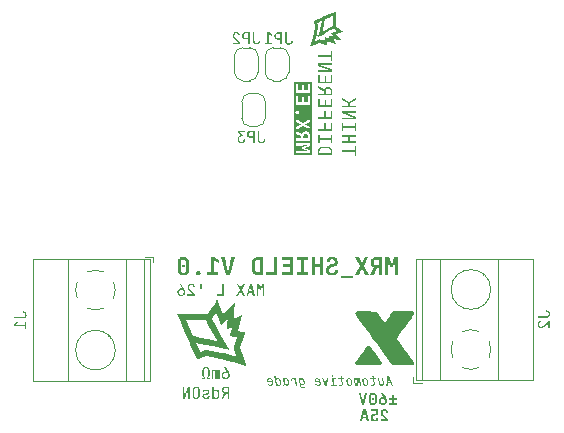
<source format=gbr>
%TF.GenerationSoftware,KiCad,Pcbnew,8.99.0-2194-gb3b7cbcab2*%
%TF.CreationDate,2024-10-21T15:03:13-04:00*%
%TF.ProjectId,shield,73686965-6c64-42e6-9b69-6361645f7063,V1.0*%
%TF.SameCoordinates,Original*%
%TF.FileFunction,Legend,Bot*%
%TF.FilePolarity,Positive*%
%FSLAX46Y46*%
G04 Gerber Fmt 4.6, Leading zero omitted, Abs format (unit mm)*
G04 Created by KiCad (PCBNEW 8.99.0-2194-gb3b7cbcab2) date 2024-10-21 15:03:13*
%MOMM*%
%LPD*%
G01*
G04 APERTURE LIST*
G04 Aperture macros list*
%AMFreePoly0*
4,1,19,0.500000,-0.750000,0.000000,-0.750000,0.000000,-0.744911,-0.071157,-0.744911,-0.207708,-0.704816,-0.327430,-0.627875,-0.420627,-0.520320,-0.479746,-0.390866,-0.500000,-0.250000,-0.500000,0.250000,-0.479746,0.390866,-0.420627,0.520320,-0.327430,0.627875,-0.207708,0.704816,-0.071157,0.744911,0.000000,0.744911,0.000000,0.750000,0.500000,0.750000,0.500000,-0.750000,0.500000,-0.750000,
$1*%
%AMFreePoly1*
4,1,19,0.000000,0.744911,0.071157,0.744911,0.207708,0.704816,0.327430,0.627875,0.420627,0.520320,0.479746,0.390866,0.500000,0.250000,0.500000,-0.250000,0.479746,-0.390866,0.420627,-0.520320,0.327430,-0.627875,0.207708,-0.704816,0.071157,-0.744911,0.000000,-0.744911,0.000000,-0.750000,-0.500000,-0.750000,-0.500000,0.750000,0.000000,0.750000,0.000000,0.744911,0.000000,0.744911,
$1*%
G04 Aperture macros list end*
%ADD10C,0.300000*%
%ADD11C,0.187500*%
%ADD12C,0.200000*%
%ADD13C,0.125000*%
%ADD14C,0.100000*%
%ADD15C,0.150000*%
%ADD16C,0.120000*%
%ADD17C,0.000000*%
%ADD18R,1.625600X1.625600*%
%ADD19C,1.625600*%
%ADD20R,1.700000X1.700000*%
%ADD21O,1.700000X1.700000*%
%ADD22FreePoly0,270.000000*%
%ADD23FreePoly1,270.000000*%
%ADD24R,2.600000X2.600000*%
%ADD25C,2.600000*%
G04 APERTURE END LIST*
D10*
G36*
X157573687Y-111955283D02*
G01*
X157573687Y-110422323D01*
X157232968Y-110422323D01*
X157061052Y-111080954D01*
X156885655Y-110422323D01*
X156542463Y-110422323D01*
X156542463Y-111955283D01*
X156786554Y-111955283D01*
X156786554Y-111310665D01*
X156779776Y-111036899D01*
X156761732Y-110761576D01*
X156739567Y-110519501D01*
X156955448Y-111290331D01*
X157170870Y-111290331D01*
X157379881Y-110538460D01*
X157354876Y-110756539D01*
X157336650Y-111018764D01*
X157329597Y-111310665D01*
X157329597Y-111955283D01*
X157573687Y-111955283D01*
G37*
G36*
X156267141Y-111955283D02*
G01*
X156007755Y-111955283D01*
X156007755Y-111346019D01*
X155816329Y-111346019D01*
X155546685Y-111955283D01*
X155260188Y-111955283D01*
X155559600Y-111308741D01*
X155480265Y-111268637D01*
X155413104Y-111214392D01*
X155356725Y-111144793D01*
X155315189Y-111065135D01*
X155289887Y-110976882D01*
X155281923Y-110886598D01*
X155546502Y-110886598D01*
X155554089Y-110954521D01*
X155575424Y-111009383D01*
X155609975Y-111054118D01*
X155655725Y-111087466D01*
X155712534Y-111108297D01*
X155783540Y-111115759D01*
X156007755Y-111115759D01*
X156007755Y-110652583D01*
X155783540Y-110652583D01*
X155712597Y-110660130D01*
X155655788Y-110681220D01*
X155609975Y-110715048D01*
X155575543Y-110760355D01*
X155554147Y-110816495D01*
X155546502Y-110886598D01*
X155281923Y-110886598D01*
X155281163Y-110877988D01*
X155288458Y-110787476D01*
X155309434Y-110707846D01*
X155343445Y-110637195D01*
X155390236Y-110574375D01*
X155448121Y-110521715D01*
X155518384Y-110478560D01*
X155595454Y-110448068D01*
X155683201Y-110429002D01*
X155783540Y-110422323D01*
X156267141Y-110422323D01*
X156267141Y-111955283D01*
G37*
G36*
X155110987Y-111955283D02*
G01*
X154687195Y-111169706D01*
X155085433Y-110422323D01*
X154792067Y-110422323D01*
X154600275Y-110807097D01*
X154561440Y-110888063D01*
X154536253Y-110946590D01*
X154512531Y-110888063D01*
X154475528Y-110807097D01*
X154279431Y-110422323D01*
X153995407Y-110422323D01*
X154393645Y-111164485D01*
X153969854Y-111955283D01*
X154262304Y-111955283D01*
X154479375Y-111531949D01*
X154517660Y-111449791D01*
X154544954Y-111386685D01*
X154569958Y-111449425D01*
X154608152Y-111531124D01*
X154826047Y-111955283D01*
X155110987Y-111955283D01*
G37*
G36*
X153785572Y-112245168D02*
G01*
X153785572Y-112007764D01*
X152777613Y-112007764D01*
X152777613Y-112245168D01*
X153785572Y-112245168D01*
G37*
G36*
X152016857Y-111976257D02*
G01*
X152119432Y-111969734D01*
X152209497Y-111951097D01*
X152288883Y-111921302D01*
X152361489Y-111878753D01*
X152420963Y-111826562D01*
X152468768Y-111764132D01*
X152503431Y-111693519D01*
X152524804Y-111613786D01*
X152532240Y-111522973D01*
X152274503Y-111522973D01*
X152266273Y-111588799D01*
X152242881Y-111642430D01*
X152204253Y-111686737D01*
X152154261Y-111719148D01*
X152092811Y-111739524D01*
X152016857Y-111746821D01*
X151942961Y-111739483D01*
X151883952Y-111719071D01*
X151836606Y-111686646D01*
X151800220Y-111642722D01*
X151778251Y-111590641D01*
X151770569Y-111527919D01*
X151781369Y-111455491D01*
X151813159Y-111393097D01*
X151845096Y-111359003D01*
X151885816Y-111332774D01*
X151937081Y-111314328D01*
X152143161Y-111261572D01*
X152248362Y-111224264D01*
X152334807Y-111171785D01*
X152405386Y-111104035D01*
X152458747Y-111022618D01*
X152490812Y-110931937D01*
X152501832Y-110829262D01*
X152495066Y-110743905D01*
X152475644Y-110669005D01*
X152444221Y-110602757D01*
X152400650Y-110543906D01*
X152346281Y-110494524D01*
X152279815Y-110454013D01*
X152206916Y-110425375D01*
X152124325Y-110407505D01*
X152030321Y-110401257D01*
X151934828Y-110407531D01*
X151851416Y-110425428D01*
X151778262Y-110454013D01*
X151711346Y-110494445D01*
X151656131Y-110543687D01*
X151611384Y-110602299D01*
X151578653Y-110668360D01*
X151558548Y-110742422D01*
X151551575Y-110826239D01*
X151809403Y-110826239D01*
X151816461Y-110768740D01*
X151836565Y-110721481D01*
X151869762Y-110682075D01*
X151912817Y-110652930D01*
X151965471Y-110634719D01*
X152030321Y-110628220D01*
X152094310Y-110634678D01*
X152145834Y-110652719D01*
X152187583Y-110681526D01*
X152219697Y-110720296D01*
X152239067Y-110766163D01*
X152245835Y-110821293D01*
X152235294Y-110886869D01*
X152204985Y-110938805D01*
X152157276Y-110977921D01*
X152089580Y-111005117D01*
X151877181Y-111058789D01*
X151795258Y-111085302D01*
X151724439Y-111121957D01*
X151663241Y-111168680D01*
X151610651Y-111226034D01*
X151568474Y-111291473D01*
X151538225Y-111362825D01*
X151519681Y-111441183D01*
X151513289Y-111527919D01*
X151520469Y-111616620D01*
X151541149Y-111694965D01*
X151574747Y-111764773D01*
X151621042Y-111826642D01*
X151678853Y-111878555D01*
X151749594Y-111921119D01*
X151827027Y-111950974D01*
X151915468Y-111969689D01*
X152016857Y-111976257D01*
G37*
G36*
X151231830Y-111955283D02*
G01*
X151231830Y-110422323D01*
X150969055Y-110422323D01*
X150969055Y-111043127D01*
X150558819Y-111043127D01*
X150558819Y-110422323D01*
X150296044Y-110422323D01*
X150296044Y-111955283D01*
X150558819Y-111955283D01*
X150558819Y-111280440D01*
X150969055Y-111280440D01*
X150969055Y-111955283D01*
X151231830Y-111955283D01*
G37*
G36*
X149945342Y-111955283D02*
G01*
X149945342Y-111717970D01*
X149637321Y-111717970D01*
X149637321Y-110659544D01*
X149945342Y-110659544D01*
X149945342Y-110422323D01*
X149064877Y-110422323D01*
X149064877Y-110659544D01*
X149372898Y-110659544D01*
X149372898Y-111717970D01*
X149064877Y-111717970D01*
X149064877Y-111955283D01*
X149945342Y-111955283D01*
G37*
G36*
X148690911Y-111955283D02*
G01*
X148690911Y-110422323D01*
X147771978Y-110422323D01*
X147771978Y-110653407D01*
X148432716Y-110653407D01*
X148432716Y-111051920D01*
X147845525Y-111051920D01*
X147845525Y-111273937D01*
X148432716Y-111273937D01*
X148432716Y-111724107D01*
X147771978Y-111724107D01*
X147771978Y-111955283D01*
X148690911Y-111955283D01*
G37*
G36*
X147362932Y-111955283D02*
G01*
X147362932Y-110422323D01*
X147100157Y-110422323D01*
X147100157Y-111717970D01*
X146450227Y-111717970D01*
X146450227Y-111955283D01*
X147362932Y-111955283D01*
G37*
G36*
X146201099Y-111955283D02*
G01*
X145745250Y-111955283D01*
X145643109Y-111948196D01*
X145553936Y-111927965D01*
X145475698Y-111895565D01*
X145404658Y-111849939D01*
X145345752Y-111794183D01*
X145297828Y-111727496D01*
X145263103Y-111652961D01*
X145241697Y-111569353D01*
X145234264Y-111474796D01*
X145234264Y-110900611D01*
X145497039Y-110900611D01*
X145497039Y-111474796D01*
X145505077Y-111546406D01*
X145527786Y-111604868D01*
X145564724Y-111653124D01*
X145613539Y-111689399D01*
X145672734Y-111711777D01*
X145745250Y-111719710D01*
X145938324Y-111719710D01*
X145938324Y-110657803D01*
X145745250Y-110657803D01*
X145672693Y-110665680D01*
X145613498Y-110687887D01*
X145564724Y-110723841D01*
X145527766Y-110771684D01*
X145505069Y-110829633D01*
X145497039Y-110900611D01*
X145234264Y-110900611D01*
X145241737Y-110805263D01*
X145263178Y-110721669D01*
X145297828Y-110647820D01*
X145345715Y-110581815D01*
X145404611Y-110526630D01*
X145475698Y-110481491D01*
X145553904Y-110449399D01*
X145643080Y-110429348D01*
X145745250Y-110422323D01*
X146201099Y-110422323D01*
X146201099Y-111955283D01*
G37*
G36*
X143380461Y-111955283D02*
G01*
X143766700Y-110422323D01*
X143496049Y-110422323D01*
X143263041Y-111421765D01*
X143229061Y-111580400D01*
X143203965Y-111716138D01*
X143179876Y-111579942D01*
X143146812Y-111419658D01*
X142921864Y-110422323D01*
X142655243Y-110422323D01*
X143039925Y-111955283D01*
X143380461Y-111955283D01*
G37*
G36*
X142405382Y-111955283D02*
G01*
X142405382Y-111717970D01*
X142006869Y-111717970D01*
X142006869Y-110677038D01*
X142407855Y-110970587D01*
X142407855Y-110676946D01*
X142054039Y-110422323D01*
X141744095Y-110422323D01*
X141744095Y-111717970D01*
X141423617Y-111717970D01*
X141423617Y-111955283D01*
X142405382Y-111955283D01*
G37*
G36*
X140693362Y-111976257D02*
G01*
X140749462Y-111969935D01*
X140795915Y-111951969D01*
X140834870Y-111922584D01*
X140864504Y-111883821D01*
X140882512Y-111838091D01*
X140888817Y-111783366D01*
X140882474Y-111727215D01*
X140864425Y-111680602D01*
X140834870Y-111641400D01*
X140795854Y-111611530D01*
X140749402Y-111593307D01*
X140693362Y-111586903D01*
X140637263Y-111593312D01*
X140590816Y-111611538D01*
X140551854Y-111641400D01*
X140522245Y-111680609D01*
X140504167Y-111727221D01*
X140497815Y-111783366D01*
X140504129Y-111838085D01*
X140522166Y-111883814D01*
X140551854Y-111922584D01*
X140590755Y-111951961D01*
X140637203Y-111969931D01*
X140693362Y-111976257D01*
G37*
G36*
X139491752Y-111062608D02*
G01*
X139534643Y-111087091D01*
X139562704Y-111126151D01*
X139572745Y-111182071D01*
X139562619Y-111240216D01*
X139534460Y-111280806D01*
X139491359Y-111306290D01*
X139434076Y-111315336D01*
X139376805Y-111306268D01*
X139334150Y-111280806D01*
X139306274Y-111240249D01*
X139296232Y-111182071D01*
X139306190Y-111126117D01*
X139333967Y-111087091D01*
X139376475Y-111062624D01*
X139434076Y-111053843D01*
X139491752Y-111062608D01*
G37*
G36*
X139532080Y-110407989D02*
G01*
X139617328Y-110427222D01*
X139692272Y-110458043D01*
X139760200Y-110501387D01*
X139816168Y-110554321D01*
X139861349Y-110617595D01*
X139893911Y-110688327D01*
X139914052Y-110768159D01*
X139921066Y-110858937D01*
X139921066Y-111518668D01*
X139914066Y-111609017D01*
X139893938Y-111688711D01*
X139861349Y-111759552D01*
X139816110Y-111822894D01*
X139760081Y-111875920D01*
X139692088Y-111919379D01*
X139617076Y-111950241D01*
X139531653Y-111969509D01*
X139433893Y-111976257D01*
X139336134Y-111969499D01*
X139250939Y-111950220D01*
X139176339Y-111919379D01*
X139108702Y-111875949D01*
X139052876Y-111822928D01*
X139007720Y-111759552D01*
X138975079Y-111688706D01*
X138954921Y-111609012D01*
X138947911Y-111518668D01*
X138947911Y-110858937D01*
X139195756Y-110858937D01*
X139195756Y-111518668D01*
X139203373Y-111585760D01*
X139224945Y-111640789D01*
X139260145Y-111686463D01*
X139306545Y-111720679D01*
X139363467Y-111741912D01*
X139433893Y-111749477D01*
X139504333Y-111741927D01*
X139561490Y-111720703D01*
X139608283Y-111686463D01*
X139643806Y-111640748D01*
X139665549Y-111585719D01*
X139673221Y-111518668D01*
X139673221Y-110858937D01*
X139665609Y-110791780D01*
X139644062Y-110736755D01*
X139608924Y-110691143D01*
X139562456Y-110656948D01*
X139505333Y-110635704D01*
X139434534Y-110628128D01*
X139363676Y-110635708D01*
X139306558Y-110656956D01*
X139260145Y-110691143D01*
X139224953Y-110736762D01*
X139203377Y-110791786D01*
X139195756Y-110858937D01*
X138947911Y-110858937D01*
X138954935Y-110768163D01*
X138975106Y-110688333D01*
X139007720Y-110617595D01*
X139052853Y-110554259D01*
X139108534Y-110501333D01*
X139175881Y-110458043D01*
X139250198Y-110427317D01*
X139335745Y-110408038D01*
X139434626Y-110401257D01*
X139532080Y-110407989D01*
G37*
D11*
G36*
X142574239Y-114632844D02*
G01*
X142828496Y-115245160D01*
X143306968Y-114785984D01*
X143785440Y-114320945D01*
X143741720Y-114996521D01*
X143698001Y-115671853D01*
X144064365Y-115488670D01*
X144430729Y-115305488D01*
X144233870Y-116002802D01*
X144037010Y-116694497D01*
X144365272Y-116749208D01*
X144693290Y-116803918D01*
X144671309Y-116866689D01*
X144649571Y-116924086D01*
X144447338Y-117473876D01*
X144244860Y-118028796D01*
X144239243Y-118053465D01*
X144244860Y-118078133D01*
X144321309Y-118310652D01*
X144403374Y-118537554D01*
X144578496Y-119005035D01*
X144753374Y-119472516D01*
X144778043Y-119546277D01*
X144808085Y-119620283D01*
X144789034Y-119617596D01*
X144775356Y-119614909D01*
X143998664Y-119409745D01*
X143222216Y-119204581D01*
X142981636Y-119141811D01*
X142740813Y-119084414D01*
X142530520Y-119043381D01*
X142319738Y-119007721D01*
X141865935Y-118922969D01*
X141411888Y-118838217D01*
X141390150Y-118838217D01*
X141368168Y-118838217D01*
X141127833Y-118922969D01*
X140887010Y-119002348D01*
X140747547Y-119048754D01*
X140608085Y-119095160D01*
X140600024Y-119081727D01*
X140591720Y-119068049D01*
X140430520Y-118731727D01*
X140269075Y-118400778D01*
X140020192Y-117872969D01*
X139954580Y-117722516D01*
X140526019Y-117722516D01*
X140589034Y-117848545D01*
X140646431Y-117968712D01*
X140755851Y-118195614D01*
X140859655Y-118417142D01*
X140881636Y-118444497D01*
X140908747Y-118439124D01*
X141072879Y-118387100D01*
X141237010Y-118329703D01*
X141346431Y-118302348D01*
X141461225Y-118313339D01*
X141879613Y-118392474D01*
X142303374Y-118471853D01*
X142609655Y-118526563D01*
X142915935Y-118586647D01*
X143208538Y-118657966D01*
X143495523Y-118734414D01*
X143717052Y-118794497D01*
X143938580Y-118849208D01*
X143944198Y-118851895D01*
X143954944Y-118854581D01*
X143930276Y-118780820D01*
X143905851Y-118712432D01*
X143821099Y-118458175D01*
X143730729Y-118203918D01*
X143705137Y-118100620D01*
X143706061Y-118007058D01*
X143763458Y-117815572D01*
X143870192Y-117528587D01*
X143971309Y-117241357D01*
X143976926Y-117230610D01*
X143982299Y-117219620D01*
X143678950Y-117167596D01*
X143369738Y-117115572D01*
X143487463Y-116711106D01*
X143604944Y-116306151D01*
X143358992Y-116423876D01*
X143118168Y-116541357D01*
X143145523Y-116095614D01*
X143172879Y-115655488D01*
X143170192Y-115655488D01*
X143167505Y-115649871D01*
X142904944Y-115901441D01*
X142642383Y-116158629D01*
X142426472Y-115644497D01*
X142210318Y-115130366D01*
X142131183Y-115250778D01*
X142051804Y-115365572D01*
X141964365Y-115502348D01*
X141876926Y-115633507D01*
X141863248Y-115666479D01*
X141871309Y-115699208D01*
X142180276Y-116235077D01*
X142489243Y-116776563D01*
X142910562Y-117514909D01*
X143331636Y-118258629D01*
X143339697Y-118266933D01*
X143342383Y-118280366D01*
X142642383Y-118143834D01*
X141937010Y-118001441D01*
X141231636Y-117864909D01*
X140526019Y-117722516D01*
X139954580Y-117722516D01*
X139787673Y-117339787D01*
X139590813Y-116869620D01*
X139388580Y-116399208D01*
X139191720Y-115928796D01*
X139118723Y-115759292D01*
X139689243Y-115759292D01*
X139727589Y-115846975D01*
X139760318Y-115928796D01*
X140009201Y-116519620D01*
X140258085Y-117110199D01*
X140274449Y-117129250D01*
X140296431Y-117137554D01*
X140898001Y-117257966D01*
X141493953Y-117378133D01*
X141884986Y-117457512D01*
X142276019Y-117536647D01*
X142292627Y-117536647D01*
X142319738Y-117542264D01*
X142289697Y-117490241D01*
X142259655Y-117438217D01*
X142030066Y-117028133D01*
X141794860Y-116620736D01*
X141559655Y-116207721D01*
X141330066Y-115797638D01*
X141302711Y-115767596D01*
X141264365Y-115759292D01*
X140498908Y-115759292D01*
X139738580Y-115759292D01*
X139689243Y-115759292D01*
X139118723Y-115759292D01*
X138989243Y-115458629D01*
X138945768Y-115349208D01*
X138896431Y-115234414D01*
X138929159Y-115234414D01*
X138951141Y-115234414D01*
X139585440Y-115234414D01*
X140211678Y-115234414D01*
X140843290Y-115234414D01*
X141472216Y-115234414D01*
X141502258Y-115231727D01*
X141526926Y-115212432D01*
X141802921Y-114796975D01*
X142079159Y-114375656D01*
X142194198Y-114200778D01*
X142314365Y-114020283D01*
X142574239Y-114632844D01*
G37*
G36*
X146287273Y-113710283D02*
G01*
X146287273Y-112688309D01*
X146101099Y-112688309D01*
X145970857Y-113130694D01*
X145835058Y-112688309D01*
X145648884Y-112688309D01*
X145648884Y-113710283D01*
X145770700Y-113710283D01*
X145770700Y-113227292D01*
X145768624Y-113069817D01*
X145762273Y-112889932D01*
X145752504Y-112726106D01*
X145917673Y-113253854D01*
X146026910Y-113253854D01*
X146185058Y-112738684D01*
X146172479Y-112885658D01*
X146166862Y-113049483D01*
X146165457Y-113227292D01*
X146165457Y-113710283D01*
X146287273Y-113710283D01*
G37*
G36*
X145478891Y-113710283D02*
G01*
X145350052Y-113710283D01*
X145282886Y-113438684D01*
X144973491Y-113438684D01*
X144906263Y-113710283D01*
X144778891Y-113710283D01*
X144876757Y-113332256D01*
X145000052Y-113332256D01*
X145257668Y-113332256D01*
X145179266Y-113015900D01*
X145144278Y-112867461D01*
X145128891Y-112789060D01*
X145113503Y-112867461D01*
X145078454Y-113017304D01*
X145000052Y-113332256D01*
X144876757Y-113332256D01*
X145043467Y-112688309D01*
X145212849Y-112688309D01*
X145478891Y-113710283D01*
G37*
G36*
X144653655Y-113710283D02*
G01*
X144359648Y-113192304D01*
X144638268Y-112688309D01*
X144492638Y-112688309D01*
X144334430Y-112990682D01*
X144308540Y-113041790D01*
X144286863Y-113084471D01*
X144266530Y-113041790D01*
X144240640Y-112990682D01*
X144079623Y-112688309D01*
X143941076Y-112688309D01*
X144219635Y-113183878D01*
X143925628Y-113710283D01*
X144069854Y-113710283D01*
X144244854Y-113385501D01*
X144270743Y-113334393D01*
X144291076Y-113290307D01*
X144311349Y-113333721D01*
X144337238Y-113384096D01*
X144513643Y-113710283D01*
X144653655Y-113710283D01*
G37*
G36*
X142849189Y-113710283D02*
G01*
X142849189Y-112688309D01*
X142723221Y-112688309D01*
X142723221Y-113595488D01*
X142261235Y-113595488D01*
X142261235Y-113710283D01*
X142849189Y-113710283D01*
G37*
G36*
X140993004Y-113108285D02*
G01*
X141004178Y-112688309D01*
X140861357Y-112688309D01*
X140871188Y-113108285D01*
X140993004Y-113108285D01*
G37*
G36*
X140393144Y-113710283D02*
G01*
X140393144Y-113594084D01*
X140052975Y-113230101D01*
X139986555Y-113151746D01*
X139948011Y-113090089D01*
X139924583Y-113027991D01*
X139917176Y-112969677D01*
X139922969Y-112915603D01*
X139939241Y-112871803D01*
X139965475Y-112836015D01*
X140000516Y-112808942D01*
X140043378Y-112792243D01*
X140096328Y-112786312D01*
X140151135Y-112792423D01*
X140195388Y-112809605D01*
X140231455Y-112837420D01*
X140258433Y-112874232D01*
X140275187Y-112919403D01*
X140281158Y-112975295D01*
X140407127Y-112975295D01*
X140400946Y-112914761D01*
X140386806Y-112861724D01*
X140365178Y-112815010D01*
X140335635Y-112773074D01*
X140299903Y-112738518D01*
X140257406Y-112710719D01*
X140210368Y-112690903D01*
X140157068Y-112678573D01*
X140096328Y-112674265D01*
X140033728Y-112678617D01*
X139979588Y-112690989D01*
X139932563Y-112710719D01*
X139890022Y-112738494D01*
X139854769Y-112772608D01*
X139826134Y-112813606D01*
X139805584Y-112859339D01*
X139792806Y-112911412D01*
X139788337Y-112971082D01*
X139792472Y-113018791D01*
X139805405Y-113069849D01*
X139828271Y-113125077D01*
X139858225Y-113176979D01*
X139902663Y-113237203D01*
X139964742Y-113307099D01*
X140240553Y-113595488D01*
X139775759Y-113595488D01*
X139775759Y-113710283D01*
X140393144Y-113710283D01*
G37*
G36*
X139490911Y-113112498D02*
G01*
X139530505Y-113189497D01*
X139559543Y-113260204D01*
X139578628Y-113330970D01*
X139584761Y-113398079D01*
X139579863Y-113461354D01*
X139565727Y-113517666D01*
X139542751Y-113568194D01*
X139511054Y-113613671D01*
X139472320Y-113651740D01*
X139425881Y-113682988D01*
X139374481Y-113705548D01*
X139317224Y-113719448D01*
X139252957Y-113724265D01*
X139188736Y-113719351D01*
X139131980Y-113705211D01*
X139081438Y-113682317D01*
X139035919Y-113650641D01*
X138997618Y-113611887D01*
X138965972Y-113565385D01*
X138942998Y-113513943D01*
X138928859Y-113456691D01*
X138924176Y-113395270D01*
X139049930Y-113395270D01*
X139056647Y-113456902D01*
X139075820Y-113508721D01*
X139106812Y-113552472D01*
X139147261Y-113584986D01*
X139195780Y-113605199D01*
X139254362Y-113612280D01*
X139311830Y-113605260D01*
X139360790Y-113584986D01*
X139401740Y-113552425D01*
X139432842Y-113508721D01*
X139452015Y-113456902D01*
X139458732Y-113395270D01*
X139452015Y-113333701D01*
X139432842Y-113281942D01*
X139401735Y-113238187D01*
X139360790Y-113205616D01*
X139311827Y-113185295D01*
X139254362Y-113178261D01*
X139195784Y-113185357D01*
X139147261Y-113205616D01*
X139106816Y-113238141D01*
X139075820Y-113281942D01*
X139056647Y-113333701D01*
X139049930Y-113395270D01*
X138924176Y-113395270D01*
X138923962Y-113392461D01*
X138928473Y-113331863D01*
X138941462Y-113278117D01*
X138962491Y-113230101D01*
X138991569Y-113186561D01*
X139026855Y-113150132D01*
X139068859Y-113120192D01*
X139115615Y-113098387D01*
X139168175Y-113084934D01*
X139227739Y-113080258D01*
X139269985Y-113083512D01*
X139307545Y-113092898D01*
X139340259Y-113108871D01*
X139362134Y-113129290D01*
X139366347Y-113126481D01*
X139114349Y-112688309D01*
X139254362Y-112688309D01*
X139490911Y-113112498D01*
G37*
D10*
G36*
X149843114Y-100003133D02*
G01*
X149888026Y-100020249D01*
X149924272Y-100047795D01*
X149951335Y-100084445D01*
X149968207Y-100129893D01*
X149974244Y-100186647D01*
X149974244Y-100366019D01*
X149603703Y-100366019D01*
X149603703Y-100186647D01*
X149609673Y-100129842D01*
X149626338Y-100084395D01*
X149653016Y-100047795D01*
X149688804Y-100020154D01*
X149732694Y-100003086D01*
X149787032Y-99997017D01*
X149843114Y-100003133D01*
G37*
G36*
X150308452Y-101768765D02*
G01*
X148765305Y-101768765D01*
X148765305Y-100989058D01*
X148932085Y-100989058D01*
X149447779Y-100989058D01*
X149666791Y-100983636D01*
X149887050Y-100969201D01*
X150080710Y-100951469D01*
X149464045Y-101124173D01*
X149464045Y-101296511D01*
X150065542Y-101463719D01*
X149891080Y-101443716D01*
X149681299Y-101429135D01*
X149447779Y-101423493D01*
X148932085Y-101423493D01*
X148932085Y-101618765D01*
X150158452Y-101618765D01*
X150158452Y-101346190D01*
X149631547Y-101208657D01*
X150158452Y-101068339D01*
X150158452Y-100793786D01*
X148932085Y-100793786D01*
X148932085Y-100989058D01*
X148765305Y-100989058D01*
X148765305Y-99997163D01*
X148932085Y-99997163D01*
X149360227Y-100186647D01*
X149419496Y-100212878D01*
X149419496Y-100366019D01*
X148932085Y-100366019D01*
X148932085Y-100573527D01*
X150158452Y-100573527D01*
X150158452Y-100186647D01*
X150153109Y-100106376D01*
X150137856Y-100036178D01*
X150113463Y-99974522D01*
X150078939Y-99918312D01*
X150036811Y-99872003D01*
X149986554Y-99834571D01*
X149930034Y-99807362D01*
X149866330Y-99790581D01*
X149793920Y-99784745D01*
X149714805Y-99791724D01*
X149644202Y-99811966D01*
X149580476Y-99845195D01*
X149524797Y-99890298D01*
X149481401Y-99944027D01*
X149449318Y-100007495D01*
X148932085Y-99767966D01*
X148932085Y-99997163D01*
X148765305Y-99997163D01*
X148765305Y-98969658D01*
X148932085Y-98969658D01*
X149270752Y-99143315D01*
X149336477Y-99173943D01*
X149386962Y-99195778D01*
X149336770Y-99215781D01*
X149271411Y-99246336D01*
X148932085Y-99420652D01*
X148932085Y-99648604D01*
X149560546Y-99309571D01*
X150158452Y-99628161D01*
X150158452Y-99393468D01*
X149850633Y-99240035D01*
X149785860Y-99208967D01*
X149739038Y-99188817D01*
X149785860Y-99169839D01*
X149850633Y-99140237D01*
X150158452Y-98983360D01*
X150158452Y-98756141D01*
X149564722Y-99074731D01*
X148932085Y-98735698D01*
X148932085Y-98969658D01*
X148765305Y-98969658D01*
X148765305Y-98185125D01*
X148915305Y-98185125D01*
X148920362Y-98230006D01*
X148934735Y-98267168D01*
X148958243Y-98298332D01*
X148989254Y-98322039D01*
X149025838Y-98336446D01*
X149069618Y-98341490D01*
X149114539Y-98336415D01*
X149151829Y-98321976D01*
X149183191Y-98298332D01*
X149207087Y-98267119D01*
X149221665Y-98229958D01*
X149226788Y-98185125D01*
X149221661Y-98140246D01*
X149207080Y-98103089D01*
X149183191Y-98071919D01*
X149151824Y-98048232D01*
X149114533Y-98033770D01*
X149069618Y-98028688D01*
X149025843Y-98033739D01*
X148989259Y-98048169D01*
X148958243Y-98071919D01*
X148934742Y-98103040D01*
X148920366Y-98140198D01*
X148915305Y-98185125D01*
X148765305Y-98185125D01*
X148765305Y-97533730D01*
X148932085Y-97533730D01*
X150158452Y-97533730D01*
X150158452Y-96798583D01*
X149973585Y-96798583D01*
X149973585Y-97327174D01*
X149654775Y-97327174D01*
X149654775Y-96857421D01*
X149477161Y-96857421D01*
X149477161Y-97327174D01*
X149117025Y-97327174D01*
X149117025Y-96798583D01*
X148932085Y-96798583D01*
X148932085Y-97533730D01*
X148765305Y-97533730D01*
X148765305Y-96526668D01*
X148932085Y-96526668D01*
X150158452Y-96526668D01*
X150158452Y-95791521D01*
X149973585Y-95791521D01*
X149973585Y-96320112D01*
X149654775Y-96320112D01*
X149654775Y-95850359D01*
X149477161Y-95850359D01*
X149477161Y-96320112D01*
X149117025Y-96320112D01*
X149117025Y-95791521D01*
X148932085Y-95791521D01*
X148932085Y-96526668D01*
X148765305Y-96526668D01*
X148765305Y-95641521D01*
X150308452Y-95641521D01*
X150308452Y-101768765D01*
G37*
D12*
G36*
X157484173Y-122940283D02*
G01*
X157484173Y-122808697D01*
X157240968Y-122808697D01*
X157240968Y-122555966D01*
X157491195Y-122555966D01*
X157491195Y-122394827D01*
X157240968Y-122394827D01*
X157240968Y-122142280D01*
X157067006Y-122142280D01*
X157067006Y-122394827D01*
X156816780Y-122394827D01*
X156816780Y-122555966D01*
X157067006Y-122555966D01*
X157067006Y-122808697D01*
X156831984Y-122808697D01*
X156831984Y-122940283D01*
X157484173Y-122940283D01*
G37*
G36*
X156567774Y-122319539D02*
G01*
X156608633Y-122400923D01*
X156638788Y-122477503D01*
X156658757Y-122552975D01*
X156664799Y-122615806D01*
X156659762Y-122682915D01*
X156645312Y-122741901D01*
X156621996Y-122794103D01*
X156589537Y-122840979D01*
X156549471Y-122880139D01*
X156501035Y-122912195D01*
X156447405Y-122935099D01*
X156386922Y-122949312D01*
X156318280Y-122954265D01*
X156249016Y-122949381D01*
X156188629Y-122935441D01*
X156135708Y-122913110D01*
X156087874Y-122881687D01*
X156048122Y-122843063D01*
X156015724Y-122796607D01*
X155992371Y-122744855D01*
X155977939Y-122686685D01*
X155973135Y-122623622D01*
X156144745Y-122623622D01*
X156150427Y-122675805D01*
X156166605Y-122719426D01*
X156192755Y-122756118D01*
X156226933Y-122783051D01*
X156268137Y-122799554D01*
X156318891Y-122805399D01*
X156368526Y-122799614D01*
X156410176Y-122783051D01*
X156444905Y-122756067D01*
X156471176Y-122719426D01*
X156487308Y-122675809D01*
X156492975Y-122623622D01*
X156487287Y-122570741D01*
X156471176Y-122527024D01*
X156444921Y-122490307D01*
X156410176Y-122463032D01*
X156368496Y-122446099D01*
X156318891Y-122440195D01*
X156268169Y-122446161D01*
X156226933Y-122463032D01*
X156192739Y-122490256D01*
X156166605Y-122527024D01*
X156150448Y-122570745D01*
X156144745Y-122623622D01*
X155973135Y-122623622D01*
X155972921Y-122620813D01*
X155977106Y-122558395D01*
X155989051Y-122503863D01*
X156008153Y-122456010D01*
X156035063Y-122412313D01*
X156067667Y-122376353D01*
X156106338Y-122347322D01*
X156149846Y-122326238D01*
X156199122Y-122313210D01*
X156255387Y-122308670D01*
X156302266Y-122312964D01*
X156343864Y-122325401D01*
X156379866Y-122345937D01*
X156405352Y-122372357D01*
X156411214Y-122368754D01*
X156148592Y-121918309D01*
X156346734Y-121918309D01*
X156567774Y-122319539D01*
G37*
G36*
X155517818Y-122345166D02*
G01*
X155546411Y-122361488D01*
X155565119Y-122387528D01*
X155571813Y-122424808D01*
X155565062Y-122463571D01*
X155546289Y-122490631D01*
X155517555Y-122507621D01*
X155479367Y-122513651D01*
X155441186Y-122507606D01*
X155412750Y-122490631D01*
X155394165Y-122463593D01*
X155387470Y-122424808D01*
X155394109Y-122387506D01*
X155412627Y-122361488D01*
X155440966Y-122345177D01*
X155479367Y-122339323D01*
X155517818Y-122345166D01*
G37*
G36*
X155544703Y-121908753D02*
G01*
X155601535Y-121921576D01*
X155651497Y-121942123D01*
X155696783Y-121971019D01*
X155734094Y-122006308D01*
X155764215Y-122048491D01*
X155785923Y-122095646D01*
X155799351Y-122148867D01*
X155804027Y-122209386D01*
X155804027Y-122649206D01*
X155799360Y-122709439D01*
X155785941Y-122762568D01*
X155764215Y-122809796D01*
X155734056Y-122852023D01*
X155696703Y-122887374D01*
X155651375Y-122916347D01*
X155601367Y-122936921D01*
X155544418Y-122949767D01*
X155479245Y-122954265D01*
X155414072Y-122949760D01*
X155357276Y-122936908D01*
X155307542Y-122916347D01*
X155262451Y-122887394D01*
X155225233Y-122852046D01*
X155195129Y-122809796D01*
X155173368Y-122762565D01*
X155159930Y-122709436D01*
X155155257Y-122649206D01*
X155155257Y-122209386D01*
X155320487Y-122209386D01*
X155320487Y-122649206D01*
X155325564Y-122693934D01*
X155339946Y-122730620D01*
X155363412Y-122761069D01*
X155394346Y-122783880D01*
X155432294Y-122798036D01*
X155479245Y-122803079D01*
X155526205Y-122798045D01*
X155564309Y-122783896D01*
X155595504Y-122761069D01*
X155619187Y-122730593D01*
X155633682Y-122693907D01*
X155638796Y-122649206D01*
X155638796Y-122209386D01*
X155633722Y-122164614D01*
X155619357Y-122127931D01*
X155595932Y-122097523D01*
X155564953Y-122074726D01*
X155526871Y-122060563D01*
X155479672Y-122055513D01*
X155432433Y-122060566D01*
X155394355Y-122074731D01*
X155363412Y-122097523D01*
X155339951Y-122127936D01*
X155325567Y-122164618D01*
X155320487Y-122209386D01*
X155155257Y-122209386D01*
X155159939Y-122148870D01*
X155173386Y-122095649D01*
X155195129Y-122048491D01*
X155225218Y-122006267D01*
X155262339Y-121970983D01*
X155307237Y-121942123D01*
X155356781Y-121921639D01*
X155413812Y-121908786D01*
X155479733Y-121904265D01*
X155544703Y-121908753D01*
G37*
G36*
X154753416Y-122940283D02*
G01*
X155010909Y-121918309D01*
X154830475Y-121918309D01*
X154675136Y-122584604D01*
X154652483Y-122690361D01*
X154635752Y-122780853D01*
X154619693Y-122690056D01*
X154597650Y-122583199D01*
X154447685Y-121918309D01*
X154269937Y-121918309D01*
X154526392Y-122940283D01*
X154753416Y-122940283D01*
G37*
G36*
X156774892Y-124340283D02*
G01*
X156774892Y-124182318D01*
X156406818Y-123806001D01*
X156364831Y-123755843D01*
X156337880Y-123709831D01*
X156321405Y-123662002D01*
X156316082Y-123615248D01*
X156320828Y-123571199D01*
X156334293Y-123534681D01*
X156356199Y-123504056D01*
X156385380Y-123480634D01*
X156420514Y-123466348D01*
X156463360Y-123461314D01*
X156507450Y-123466505D01*
X156543693Y-123481254D01*
X156573880Y-123505460D01*
X156596495Y-123537125D01*
X156610458Y-123575261D01*
X156615401Y-123621659D01*
X156790523Y-123621659D01*
X156784936Y-123559031D01*
X156770378Y-123503838D01*
X156747292Y-123454841D01*
X156715698Y-123410863D01*
X156677269Y-123374082D01*
X156631338Y-123343955D01*
X156580652Y-123322326D01*
X156523693Y-123308928D01*
X156459269Y-123304265D01*
X156395035Y-123308735D01*
X156338939Y-123321496D01*
X156289703Y-123341940D01*
X156245025Y-123370626D01*
X156207893Y-123405710D01*
X156177596Y-123447697D01*
X156155611Y-123494626D01*
X156142062Y-123547272D01*
X156137357Y-123606821D01*
X156141344Y-123657874D01*
X156153508Y-123709709D01*
X156174421Y-123762892D01*
X156202509Y-123812807D01*
X156242744Y-123867089D01*
X156297336Y-123926413D01*
X156554341Y-124182074D01*
X156125511Y-124182074D01*
X156125511Y-124340283D01*
X156774892Y-124340283D01*
G37*
G36*
X155623959Y-124354265D02*
G01*
X155698955Y-124348781D01*
X155762691Y-124333285D01*
X155817062Y-124308694D01*
X155863561Y-124275192D01*
X155902091Y-124232739D01*
X155929654Y-124183724D01*
X155946720Y-124126849D01*
X155952709Y-124060258D01*
X155777587Y-124060258D01*
X155772623Y-124101869D01*
X155758577Y-124135643D01*
X155735578Y-124163390D01*
X155705496Y-124183919D01*
X155668713Y-124196736D01*
X155623409Y-124201308D01*
X155577666Y-124196588D01*
X155541405Y-124183472D01*
X155512523Y-124162596D01*
X155490799Y-124134428D01*
X155477333Y-124099597D01*
X155472528Y-124056167D01*
X155472528Y-123988267D01*
X155477272Y-123944244D01*
X155490462Y-123909488D01*
X155511546Y-123881900D01*
X155539730Y-123861475D01*
X155575513Y-123848581D01*
X155621089Y-123843920D01*
X155917722Y-123843920D01*
X155917722Y-123318309D01*
X155334592Y-123318309D01*
X155334592Y-123476457D01*
X155751759Y-123476457D01*
X155750598Y-123689803D01*
X155613273Y-123689803D01*
X155537595Y-123695347D01*
X155474891Y-123710840D01*
X155422864Y-123735146D01*
X155379716Y-123767960D01*
X155344747Y-123809441D01*
X155319222Y-123858834D01*
X155303129Y-123917730D01*
X155297406Y-123988267D01*
X155297406Y-124056167D01*
X155303327Y-124124214D01*
X155320147Y-124182088D01*
X155347190Y-124231695D01*
X155384784Y-124274398D01*
X155430466Y-124308152D01*
X155484415Y-124332986D01*
X155548231Y-124348688D01*
X155623959Y-124354265D01*
G37*
G36*
X155150127Y-124340283D02*
G01*
X154971342Y-124340283D01*
X154914799Y-124092437D01*
X154643934Y-124092437D01*
X154587331Y-124340283D01*
X154409156Y-124340283D01*
X154507705Y-123949982D01*
X154676235Y-123949982D01*
X154883903Y-123949982D01*
X154821010Y-123673744D01*
X154794632Y-123550767D01*
X154779672Y-123470656D01*
X154763857Y-123551134D01*
X154737418Y-123675148D01*
X154676235Y-123949982D01*
X154507705Y-123949982D01*
X154667198Y-123318309D01*
X154893123Y-123318309D01*
X155150127Y-124340283D01*
G37*
D13*
G36*
X143264658Y-120152498D02*
G01*
X143304253Y-120229497D01*
X143333290Y-120300204D01*
X143352375Y-120370970D01*
X143358508Y-120438079D01*
X143353611Y-120501354D01*
X143339474Y-120557666D01*
X143316499Y-120608194D01*
X143284802Y-120653671D01*
X143246068Y-120691740D01*
X143199628Y-120722988D01*
X143148228Y-120745548D01*
X143090972Y-120759448D01*
X143026705Y-120764265D01*
X142962483Y-120759351D01*
X142905727Y-120745211D01*
X142855185Y-120722317D01*
X142809667Y-120690641D01*
X142771366Y-120651887D01*
X142739719Y-120605385D01*
X142716745Y-120553943D01*
X142702606Y-120496691D01*
X142697923Y-120435270D01*
X142823678Y-120435270D01*
X142830394Y-120496902D01*
X142849567Y-120548721D01*
X142880559Y-120592472D01*
X142921008Y-120624986D01*
X142969527Y-120645199D01*
X143028109Y-120652280D01*
X143085578Y-120645260D01*
X143134538Y-120624986D01*
X143175487Y-120592425D01*
X143206589Y-120548721D01*
X143225762Y-120496902D01*
X143232479Y-120435270D01*
X143225762Y-120373701D01*
X143206589Y-120321942D01*
X143175483Y-120278187D01*
X143134538Y-120245616D01*
X143085574Y-120225295D01*
X143028109Y-120218261D01*
X142969531Y-120225357D01*
X142921008Y-120245616D01*
X142880563Y-120278141D01*
X142849567Y-120321942D01*
X142830394Y-120373701D01*
X142823678Y-120435270D01*
X142697923Y-120435270D01*
X142697709Y-120432461D01*
X142702220Y-120371863D01*
X142715209Y-120318117D01*
X142736239Y-120270101D01*
X142765316Y-120226561D01*
X142800603Y-120190132D01*
X142842606Y-120160192D01*
X142889362Y-120138387D01*
X142941923Y-120124934D01*
X143001486Y-120120258D01*
X143043733Y-120123512D01*
X143081293Y-120132898D01*
X143114007Y-120148871D01*
X143135881Y-120169290D01*
X143140094Y-120166481D01*
X142888097Y-119728309D01*
X143028109Y-119728309D01*
X143264658Y-120152498D01*
G37*
G36*
X142524847Y-120750283D02*
G01*
X142524847Y-119980307D01*
X142415670Y-119980307D01*
X142415670Y-120082461D01*
X142387643Y-120082461D01*
X142414266Y-120106275D01*
X142410055Y-120066580D01*
X142398088Y-120033446D01*
X142378606Y-120005464D01*
X142352558Y-119983885D01*
X142321551Y-119970834D01*
X142284084Y-119966263D01*
X142241729Y-119972058D01*
X142206867Y-119988704D01*
X142177655Y-120016699D01*
X142156529Y-120052215D01*
X142143214Y-120095432D01*
X142138454Y-120148285D01*
X142176251Y-120075501D01*
X142117449Y-120075501D01*
X142149690Y-120106275D01*
X142144505Y-120064788D01*
X142131767Y-120031281D01*
X142111893Y-120004060D01*
X142085472Y-119983355D01*
X142053786Y-119970714D01*
X142015295Y-119966263D01*
X141968456Y-119972610D01*
X141929670Y-119990871D01*
X141896959Y-120021584D01*
X141873126Y-120060645D01*
X141858191Y-120107794D01*
X141852873Y-120165077D01*
X141852873Y-120750283D01*
X141970476Y-120750283D01*
X141970476Y-120163672D01*
X141976474Y-120120959D01*
X141992886Y-120090216D01*
X142019074Y-120069887D01*
X142054496Y-120062861D01*
X142088773Y-120069662D01*
X142114702Y-120089483D01*
X142131043Y-120119655D01*
X142137050Y-120162268D01*
X142137050Y-120750283D01*
X142240670Y-120750283D01*
X142240670Y-120163672D01*
X142246668Y-120120959D01*
X142263079Y-120090216D01*
X142289071Y-120069821D01*
X142323285Y-120062861D01*
X142358771Y-120069727D01*
X142384895Y-120089483D01*
X142401237Y-120119655D01*
X142407244Y-120162268D01*
X142407244Y-120750283D01*
X142524847Y-120750283D01*
G37*
G36*
X141699672Y-120750283D02*
G01*
X141699672Y-120638297D01*
X141496645Y-120638297D01*
X141496645Y-120631275D01*
X141529970Y-120622515D01*
X141568025Y-120602577D01*
X141602068Y-120573037D01*
X141631773Y-120529792D01*
X141645577Y-120496595D01*
X141654464Y-120456259D01*
X141657662Y-120407304D01*
X141657662Y-120015295D01*
X141653184Y-119954673D01*
X141640394Y-119901899D01*
X141619866Y-119855682D01*
X141591173Y-119814222D01*
X141555703Y-119779641D01*
X141512765Y-119751390D01*
X141465245Y-119731217D01*
X141411286Y-119718656D01*
X141349672Y-119714265D01*
X141287068Y-119718692D01*
X141232912Y-119731286D01*
X141185846Y-119751390D01*
X141143372Y-119779596D01*
X141108131Y-119814172D01*
X141079478Y-119855682D01*
X141058915Y-119901903D01*
X141046106Y-119954677D01*
X141041621Y-120015295D01*
X141041621Y-120407304D01*
X141044839Y-120456261D01*
X141053756Y-120496349D01*
X141067572Y-120529121D01*
X141097054Y-120571807D01*
X141130586Y-120601172D01*
X141168190Y-120621007D01*
X141202638Y-120629871D01*
X141202638Y-120638297D01*
X140998268Y-120638297D01*
X140998268Y-120750283D01*
X141293618Y-120750283D01*
X141293618Y-120596287D01*
X141258918Y-120590710D01*
X141229058Y-120574185D01*
X141202638Y-120545180D01*
X141183825Y-120509524D01*
X141171909Y-120466460D01*
X141167650Y-120414265D01*
X141167650Y-120015295D01*
X141173621Y-119959403D01*
X141190375Y-119914232D01*
X141217354Y-119877420D01*
X141253360Y-119849471D01*
X141296751Y-119832354D01*
X141349672Y-119826312D01*
X141402552Y-119832352D01*
X141445925Y-119849468D01*
X141481930Y-119877420D01*
X141508908Y-119914232D01*
X141525662Y-119959403D01*
X141531633Y-120015295D01*
X141531633Y-120414265D01*
X141527374Y-120466460D01*
X141515458Y-120509524D01*
X141496645Y-120545180D01*
X141470225Y-120574185D01*
X141440365Y-120590710D01*
X141405665Y-120596287D01*
X141405665Y-120750283D01*
X141699672Y-120750283D01*
G37*
G36*
X143317903Y-122430283D02*
G01*
X143193278Y-122430283D01*
X143193278Y-121996263D01*
X143023896Y-121996263D01*
X142823678Y-122430283D01*
X142685070Y-122430283D01*
X142893714Y-121983684D01*
X142838445Y-121958892D01*
X142791668Y-121924569D01*
X142752298Y-121880064D01*
X142723171Y-121828324D01*
X142705320Y-121769616D01*
X142699114Y-121702256D01*
X142829295Y-121702256D01*
X142834952Y-121754491D01*
X142850951Y-121797453D01*
X142876923Y-121833170D01*
X142911425Y-121860417D01*
X142952747Y-121877029D01*
X143002891Y-121882873D01*
X143193278Y-121882873D01*
X143193278Y-121521699D01*
X143002891Y-121521699D01*
X142952697Y-121527477D01*
X142911375Y-121543880D01*
X142876923Y-121570731D01*
X142851040Y-121606026D01*
X142835001Y-121649134D01*
X142829295Y-121702256D01*
X142699114Y-121702256D01*
X142703548Y-121644483D01*
X142716293Y-121593554D01*
X142736910Y-121548322D01*
X142765480Y-121507699D01*
X142800728Y-121473565D01*
X142843339Y-121445434D01*
X142890361Y-121425197D01*
X142943174Y-121412668D01*
X143002891Y-121408309D01*
X143317903Y-121408309D01*
X143317903Y-122430283D01*
G37*
G36*
X142023660Y-121632280D02*
G01*
X142020851Y-121807280D01*
X142024507Y-121807280D01*
X142027712Y-121781485D01*
X142047276Y-121736049D01*
X142079653Y-121698104D01*
X142121559Y-121669961D01*
X142172119Y-121652472D01*
X142233648Y-121646263D01*
X142290571Y-121651413D01*
X142339395Y-121666118D01*
X142381670Y-121689920D01*
X142418479Y-121723261D01*
X142447420Y-121763408D01*
X142468752Y-121810807D01*
X142482254Y-121866852D01*
X142487050Y-121933309D01*
X142487050Y-122158684D01*
X142482230Y-122224292D01*
X142468632Y-122279848D01*
X142447081Y-122327060D01*
X142417746Y-122367268D01*
X142380608Y-122400698D01*
X142338304Y-122424496D01*
X142289808Y-122439149D01*
X142233648Y-122444265D01*
X142172086Y-122438108D01*
X142122038Y-122420849D01*
X142081057Y-122393219D01*
X142049614Y-122355754D01*
X142030437Y-122310128D01*
X142027206Y-122283309D01*
X142023660Y-122283309D01*
X142023660Y-122430283D01*
X141897692Y-122430283D01*
X141897692Y-121940270D01*
X142023660Y-121940270D01*
X142023660Y-122150258D01*
X142029168Y-122206490D01*
X142044408Y-122250916D01*
X142068479Y-122286118D01*
X142101215Y-122312830D01*
X142141518Y-122329253D01*
X142191638Y-122335089D01*
X142243254Y-122329934D01*
X142283996Y-122315664D01*
X142316263Y-122293079D01*
X142339768Y-122262012D01*
X142355252Y-122218195D01*
X142361082Y-122157280D01*
X142361082Y-121933309D01*
X142355202Y-121871389D01*
X142339679Y-121827435D01*
X142316263Y-121796778D01*
X142284053Y-121774616D01*
X142243312Y-121760577D01*
X142191638Y-121755501D01*
X142141522Y-121761342D01*
X142101220Y-121777784D01*
X142068479Y-121804532D01*
X142044408Y-121839696D01*
X142029168Y-121884081D01*
X142023660Y-121940270D01*
X141897692Y-121940270D01*
X141897692Y-121408309D01*
X142023660Y-121408309D01*
X142023660Y-121632280D01*
G37*
G36*
X141380447Y-122441457D02*
G01*
X141436995Y-122438313D01*
X141485369Y-122429461D01*
X141526748Y-122415567D01*
X141564848Y-122395143D01*
X141595310Y-122370012D01*
X141619133Y-122339974D01*
X141636221Y-122305547D01*
X141646887Y-122265583D01*
X141650640Y-122218890D01*
X141524672Y-122218890D01*
X141520264Y-122252525D01*
X141507718Y-122279776D01*
X141486875Y-122302177D01*
X141460021Y-122318136D01*
X141425268Y-122328485D01*
X141380447Y-122332280D01*
X141318836Y-122332280D01*
X141273102Y-122328398D01*
X141237699Y-122317816D01*
X141210393Y-122301505D01*
X141189238Y-122278534D01*
X141176404Y-122250156D01*
X141171863Y-122214677D01*
X141177976Y-122168171D01*
X141194273Y-122136336D01*
X141221422Y-122114495D01*
X141262844Y-122102692D01*
X141475640Y-122071856D01*
X141525283Y-122059179D01*
X141565282Y-122037514D01*
X141597456Y-122006826D01*
X141620850Y-121968686D01*
X141635593Y-121922032D01*
X141640871Y-121864677D01*
X141636234Y-121815430D01*
X141623021Y-121773535D01*
X141601628Y-121737541D01*
X141571567Y-121706469D01*
X141535728Y-121682466D01*
X141492884Y-121664575D01*
X141441678Y-121653153D01*
X141380447Y-121649072D01*
X141318836Y-121649072D01*
X141246031Y-121655744D01*
X141185984Y-121674491D01*
X141136143Y-121704393D01*
X141104558Y-121734528D01*
X141081726Y-121768240D01*
X141066854Y-121806156D01*
X141059878Y-121849290D01*
X141187251Y-121849290D01*
X141192701Y-121823986D01*
X141205251Y-121801864D01*
X141225780Y-121782123D01*
X141250838Y-121767806D01*
X141281405Y-121758746D01*
X141318836Y-121755501D01*
X141380447Y-121755501D01*
X141422466Y-121759174D01*
X141455427Y-121769256D01*
X141481258Y-121784932D01*
X141501386Y-121806712D01*
X141513438Y-121832833D01*
X141517650Y-121864677D01*
X141512618Y-121901063D01*
X141498782Y-121927692D01*
X141476168Y-121946576D01*
X141443461Y-121957062D01*
X141244648Y-121985089D01*
X141181944Y-122000234D01*
X141133950Y-122024238D01*
X141097675Y-122056469D01*
X141071433Y-122097398D01*
X141054705Y-122149149D01*
X141048643Y-122214677D01*
X141053446Y-122267601D01*
X141067049Y-122312123D01*
X141088900Y-122349875D01*
X141119351Y-122381983D01*
X141155926Y-122406724D01*
X141200270Y-122425268D01*
X141253937Y-122437179D01*
X141318836Y-122441457D01*
X141380447Y-122441457D01*
G37*
G36*
X140578392Y-121399741D02*
G01*
X140636059Y-121415245D01*
X140685291Y-121440000D01*
X140727463Y-121474072D01*
X140761038Y-121516154D01*
X140785812Y-121566937D01*
X140801571Y-121628200D01*
X140807209Y-121702256D01*
X140807209Y-122136275D01*
X140801571Y-122210331D01*
X140785812Y-122271593D01*
X140761038Y-122322377D01*
X140727463Y-122364459D01*
X140685291Y-122398531D01*
X140636059Y-122423286D01*
X140578392Y-122438790D01*
X140510454Y-122444265D01*
X140442515Y-122438790D01*
X140384848Y-122423286D01*
X140335616Y-122398531D01*
X140293444Y-122364459D01*
X140259841Y-122322373D01*
X140235049Y-122271588D01*
X140219279Y-122210327D01*
X140213638Y-122136275D01*
X140213638Y-121700912D01*
X140214607Y-121688273D01*
X140339606Y-121688273D01*
X140339606Y-122150258D01*
X140345092Y-122206514D01*
X140360152Y-122250141D01*
X140383753Y-122283981D01*
X140416014Y-122309249D01*
X140457340Y-122325130D01*
X140510454Y-122330876D01*
X140562591Y-122325183D01*
X140603747Y-122309344D01*
X140636422Y-122283981D01*
X140660410Y-122250088D01*
X140675683Y-122206459D01*
X140681240Y-122150258D01*
X140681240Y-121688273D01*
X140675684Y-121632114D01*
X140660412Y-121588503D01*
X140636422Y-121554611D01*
X140603742Y-121529212D01*
X140562587Y-121513354D01*
X140510454Y-121507655D01*
X140457345Y-121513407D01*
X140416019Y-121529307D01*
X140383753Y-121554611D01*
X140360149Y-121588449D01*
X140345091Y-121632059D01*
X140339606Y-121688273D01*
X140214607Y-121688273D01*
X140219259Y-121627600D01*
X140234998Y-121566769D01*
X140259786Y-121516168D01*
X140293444Y-121474072D01*
X140335616Y-121440000D01*
X140384848Y-121415245D01*
X140442515Y-121399741D01*
X140510454Y-121394265D01*
X140578392Y-121399741D01*
G37*
G36*
X139965181Y-122430283D02*
G01*
X139965181Y-121408309D01*
X139797203Y-121408309D01*
X139485000Y-122283309D01*
X139491350Y-122197214D01*
X139496907Y-122089381D01*
X139498983Y-121982280D01*
X139498983Y-121408309D01*
X139377228Y-121408309D01*
X139377228Y-122430283D01*
X139545206Y-122430283D01*
X139856005Y-121555283D01*
X139850448Y-121639974D01*
X139845564Y-121747807D01*
X139843426Y-121856312D01*
X139843426Y-122430283D01*
X139965181Y-122430283D01*
G37*
D11*
G36*
X152386019Y-89620820D02*
G01*
X152386019Y-89631811D01*
X152386019Y-89948960D01*
X152386019Y-90262079D01*
X152386019Y-90577885D01*
X152386019Y-90892348D01*
X152387362Y-90907369D01*
X152397010Y-90919703D01*
X152604738Y-91057701D01*
X152815398Y-91195820D01*
X152902837Y-91253339D01*
X152993085Y-91313423D01*
X152686804Y-91443360D01*
X152380646Y-91570488D01*
X152610234Y-91809724D01*
X152842753Y-92048960D01*
X152504965Y-92027100D01*
X152167299Y-92005241D01*
X152258891Y-92188423D01*
X152350482Y-92371605D01*
X152001825Y-92273175D01*
X151655977Y-92174745D01*
X151628622Y-92338876D01*
X151601267Y-92502885D01*
X151569881Y-92491895D01*
X151541183Y-92481026D01*
X151266288Y-92379909D01*
X150988828Y-92278670D01*
X150976493Y-92275862D01*
X150964159Y-92278670D01*
X150847900Y-92316895D01*
X150734449Y-92357927D01*
X150500708Y-92445488D01*
X150266968Y-92532927D01*
X150230087Y-92545262D01*
X150193085Y-92560283D01*
X150194428Y-92550757D01*
X150195771Y-92543918D01*
X150298353Y-92155572D01*
X150304129Y-92133712D01*
X150575935Y-92133712D01*
X150612816Y-92121378D01*
X150647010Y-92109166D01*
X150774138Y-92066790D01*
X150901267Y-92021605D01*
X150952916Y-92008809D01*
X150999697Y-92009271D01*
X151095440Y-92037969D01*
X151238932Y-92091336D01*
X151382547Y-92141895D01*
X151387921Y-92144703D01*
X151393416Y-92147390D01*
X151419428Y-91995715D01*
X151445440Y-91841109D01*
X151647673Y-91899972D01*
X151850150Y-91958712D01*
X151791288Y-91835736D01*
X151732547Y-91715324D01*
X151955419Y-91729002D01*
X152175482Y-91742680D01*
X152175482Y-91741336D01*
X152178290Y-91739993D01*
X152052505Y-91608712D01*
X151923911Y-91477432D01*
X152180977Y-91369476D01*
X152438043Y-91261399D01*
X152377837Y-91221832D01*
X152320440Y-91182142D01*
X152252052Y-91138423D01*
X152186472Y-91094703D01*
X152169986Y-91087864D01*
X152153622Y-91091895D01*
X151885687Y-91246378D01*
X151614944Y-91400862D01*
X151245771Y-91611521D01*
X150873911Y-91822058D01*
X150869759Y-91826089D01*
X150863043Y-91827432D01*
X150931309Y-91477432D01*
X150963875Y-91316109D01*
X151232094Y-91316109D01*
X151258105Y-91301089D01*
X151284117Y-91286068D01*
X151489159Y-91171273D01*
X151692858Y-91053670D01*
X151899365Y-90936068D01*
X152104407Y-90821273D01*
X152119428Y-90807596D01*
X152123580Y-90788423D01*
X152123580Y-90405694D01*
X152123580Y-90025530D01*
X152123580Y-90000862D01*
X152079738Y-90020035D01*
X152038828Y-90036399D01*
X151743416Y-90160841D01*
X151448126Y-90285283D01*
X151438601Y-90293465D01*
X151434449Y-90304456D01*
X151374243Y-90605241D01*
X151314159Y-90903217D01*
X151274470Y-91098733D01*
X151234902Y-91294250D01*
X151234902Y-91302554D01*
X151232094Y-91316109D01*
X150963875Y-91316109D01*
X151002505Y-91124745D01*
X151070771Y-90772058D01*
X151141968Y-90419250D01*
X151078953Y-90450757D01*
X151018870Y-90479456D01*
X150905419Y-90534166D01*
X150794655Y-90586068D01*
X150780977Y-90597058D01*
X150783664Y-90610614D01*
X150809676Y-90692680D01*
X150838374Y-90774745D01*
X150852052Y-90829456D01*
X150846556Y-90886853D01*
X150806989Y-91096047D01*
X150767299Y-91307927D01*
X150739944Y-91461068D01*
X150709902Y-91614208D01*
X150674243Y-91760509D01*
X150636019Y-91904002D01*
X150605977Y-92014766D01*
X150578622Y-92125530D01*
X150577278Y-92128339D01*
X150575935Y-92133712D01*
X150304129Y-92133712D01*
X150400935Y-91767348D01*
X150432320Y-91647058D01*
X150461019Y-91526647D01*
X150481535Y-91421500D01*
X150499365Y-91316109D01*
X150541741Y-91089208D01*
X150584117Y-90862184D01*
X150584117Y-90851315D01*
X150584117Y-90840324D01*
X150541741Y-90720157D01*
X150502052Y-90599745D01*
X150478849Y-90530014D01*
X150455646Y-90460283D01*
X150462362Y-90456252D01*
X150469201Y-90452100D01*
X150637362Y-90371500D01*
X150802837Y-90290778D01*
X151066741Y-90166336D01*
X151333332Y-90050077D01*
X151568416Y-89951647D01*
X151803622Y-89850530D01*
X152038828Y-89752100D01*
X152273911Y-89650862D01*
X152328622Y-89629124D01*
X152386019Y-89604456D01*
X152386019Y-89620820D01*
G37*
D14*
G36*
X157181343Y-121314283D02*
G01*
X157074951Y-121314283D01*
X156986486Y-121097004D01*
X156738971Y-121097004D01*
X156719920Y-121314283D01*
X156621343Y-121314283D01*
X156651591Y-121011861D01*
X156746787Y-121011861D01*
X156952879Y-121011861D01*
X156849857Y-120758777D01*
X156803402Y-120640026D01*
X156781518Y-120577304D01*
X156779271Y-120640026D01*
X156770332Y-120759900D01*
X156746787Y-121011861D01*
X156651591Y-121011861D01*
X156703116Y-120496704D01*
X156838622Y-120496704D01*
X157181343Y-121314283D01*
G37*
G36*
X156233339Y-121325469D02*
G01*
X156286095Y-121321008D01*
X156329108Y-121308575D01*
X156364278Y-121288988D01*
X156392976Y-121262210D01*
X156414396Y-121229379D01*
X156427958Y-121190809D01*
X156433351Y-121145050D01*
X156429369Y-121090263D01*
X156367770Y-120698302D01*
X156266947Y-120698302D01*
X156328545Y-121090263D01*
X156331326Y-121135954D01*
X156324667Y-121171082D01*
X156310080Y-121198365D01*
X156287636Y-121219249D01*
X156257986Y-121232273D01*
X156218782Y-121237004D01*
X156178467Y-121232538D01*
X156143797Y-121219662D01*
X156113514Y-121198365D01*
X156089278Y-121170163D01*
X156071266Y-121134671D01*
X156059731Y-121090263D01*
X155998133Y-120698302D01*
X155897359Y-120698302D01*
X155958957Y-121090263D01*
X155971956Y-121145237D01*
X155991375Y-121191698D01*
X156016866Y-121230927D01*
X156048545Y-121263871D01*
X156085882Y-121290205D01*
X156128443Y-121309349D01*
X156177188Y-121321285D01*
X156233339Y-121325469D01*
G37*
G36*
X155496996Y-121314283D02*
G01*
X155545829Y-121308839D01*
X155583200Y-121293865D01*
X155611839Y-121270075D01*
X155631530Y-121238544D01*
X155640998Y-121199987D01*
X155639243Y-121151861D01*
X155582139Y-120790137D01*
X155759117Y-120790137D01*
X155744512Y-120698302D01*
X155567582Y-120698302D01*
X155539592Y-120524694D01*
X155438768Y-120524694D01*
X155466759Y-120698302D01*
X155214798Y-120698302D01*
X155229355Y-120790137D01*
X155481315Y-120790137D01*
X155538468Y-121151861D01*
X155537852Y-121181111D01*
X155527819Y-121202859D01*
X155509507Y-121217285D01*
X155482439Y-121222447D01*
X155303262Y-121222447D01*
X155317819Y-121314283D01*
X155496996Y-121314283D01*
G37*
G36*
X154844289Y-120691257D02*
G01*
X154893492Y-120703206D01*
X154936413Y-120722354D01*
X154974023Y-120748665D01*
X155005929Y-120781663D01*
X155031393Y-120820904D01*
X155050558Y-120867341D01*
X155063074Y-120922273D01*
X155088817Y-121090263D01*
X155092768Y-121137904D01*
X155089338Y-121179152D01*
X155079341Y-121215169D01*
X155062276Y-121248076D01*
X155039299Y-121275101D01*
X155009878Y-121296941D01*
X154976274Y-121312305D01*
X154936560Y-121322019D01*
X154889466Y-121325469D01*
X154833355Y-121321294D01*
X154784518Y-121309371D01*
X154741757Y-121290226D01*
X154704135Y-121263871D01*
X154672177Y-121230890D01*
X154646504Y-121191646D01*
X154626986Y-121145196D01*
X154613960Y-121090263D01*
X154587094Y-120921149D01*
X154583272Y-120875022D01*
X154686169Y-120875022D01*
X154688992Y-120922273D01*
X154714784Y-121090263D01*
X154726328Y-121136231D01*
X154744013Y-121171780D01*
X154767394Y-121198951D01*
X154796927Y-121219056D01*
X154832246Y-121231486D01*
X154874909Y-121235881D01*
X154916559Y-121231235D01*
X154947191Y-121218661D01*
X154969578Y-121198951D01*
X154984045Y-121172664D01*
X154990798Y-121137504D01*
X154988043Y-121090263D01*
X154962299Y-120922273D01*
X154950679Y-120876386D01*
X154932806Y-120840865D01*
X154909103Y-120813682D01*
X154879226Y-120793479D01*
X154844042Y-120781066D01*
X154802125Y-120776704D01*
X154759727Y-120781397D01*
X154728988Y-120794019D01*
X154706919Y-120813682D01*
X154692749Y-120839895D01*
X154686169Y-120875022D01*
X154583272Y-120875022D01*
X154583149Y-120873537D01*
X154586606Y-120832517D01*
X154596619Y-120796878D01*
X154613628Y-120764321D01*
X154636596Y-120737464D01*
X154666082Y-120715643D01*
X154699699Y-120700287D01*
X154739746Y-120690540D01*
X154787568Y-120687067D01*
X154844289Y-120691257D01*
G37*
G36*
X154484658Y-121314283D02*
G01*
X154387205Y-120698302D01*
X154299864Y-120698302D01*
X154312174Y-120780026D01*
X154289801Y-120780026D01*
X154314421Y-120799077D01*
X154306148Y-120767695D01*
X154292374Y-120741084D01*
X154272997Y-120718428D01*
X154249067Y-120700987D01*
X154222476Y-120690615D01*
X154192348Y-120687067D01*
X154158750Y-120691857D01*
X154133297Y-120705238D01*
X154113946Y-120727416D01*
X154101857Y-120755323D01*
X154096612Y-120789764D01*
X154099389Y-120832684D01*
X154120687Y-120780026D01*
X154073646Y-120780026D01*
X154103884Y-120799077D01*
X154095439Y-120767813D01*
X154081129Y-120741200D01*
X154060750Y-120718428D01*
X154035767Y-120700985D01*
X154008237Y-120690610D01*
X153977317Y-120687067D01*
X153940153Y-120692295D01*
X153911553Y-120706971D01*
X153889389Y-120731324D01*
X153875372Y-120762054D01*
X153869527Y-120799599D01*
X153873123Y-120846118D01*
X153947080Y-121314283D01*
X154041162Y-121314283D01*
X153967205Y-120844994D01*
X153966747Y-120810438D01*
X153975656Y-120786229D01*
X153986581Y-120774311D01*
X154001267Y-120766995D01*
X154020988Y-120764345D01*
X154049003Y-120769675D01*
X154072523Y-120785643D01*
X154089490Y-120810047D01*
X154099389Y-120843871D01*
X154174421Y-121314283D01*
X154257317Y-121314283D01*
X154183409Y-120844994D01*
X154182914Y-120810437D01*
X154191811Y-120786229D01*
X154202703Y-120774245D01*
X154217053Y-120766962D01*
X154236019Y-120764345D01*
X154265001Y-120769725D01*
X154288678Y-120785643D01*
X154305645Y-120810047D01*
X154315544Y-120843871D01*
X154390576Y-121314283D01*
X154484658Y-121314283D01*
G37*
G36*
X153501540Y-120691257D02*
G01*
X153550742Y-120703206D01*
X153593663Y-120722354D01*
X153631274Y-120748665D01*
X153663179Y-120781663D01*
X153688643Y-120820904D01*
X153707809Y-120867341D01*
X153720325Y-120922273D01*
X153746068Y-121090263D01*
X153750018Y-121137904D01*
X153746589Y-121179152D01*
X153736591Y-121215169D01*
X153719526Y-121248076D01*
X153696550Y-121275101D01*
X153667128Y-121296941D01*
X153633525Y-121312305D01*
X153593810Y-121322019D01*
X153546717Y-121325469D01*
X153490605Y-121321294D01*
X153441768Y-121309371D01*
X153399008Y-121290226D01*
X153361385Y-121263871D01*
X153329427Y-121230890D01*
X153303755Y-121191646D01*
X153284236Y-121145196D01*
X153271211Y-121090263D01*
X153244344Y-120921149D01*
X153240522Y-120875022D01*
X153343420Y-120875022D01*
X153346242Y-120922273D01*
X153372034Y-121090263D01*
X153383578Y-121136231D01*
X153401263Y-121171780D01*
X153424644Y-121198951D01*
X153454177Y-121219056D01*
X153489496Y-121231486D01*
X153532160Y-121235881D01*
X153573809Y-121231235D01*
X153604442Y-121218661D01*
X153626828Y-121198951D01*
X153641296Y-121172664D01*
X153648048Y-121137504D01*
X153645293Y-121090263D01*
X153619550Y-120922273D01*
X153607929Y-120876386D01*
X153590057Y-120840865D01*
X153566354Y-120813682D01*
X153536476Y-120793479D01*
X153501293Y-120781066D01*
X153459375Y-120776704D01*
X153416977Y-120781397D01*
X153386239Y-120794019D01*
X153364170Y-120813682D01*
X153349999Y-120839895D01*
X153343420Y-120875022D01*
X153240522Y-120875022D01*
X153240399Y-120873537D01*
X153243856Y-120832517D01*
X153253870Y-120796878D01*
X153270879Y-120764321D01*
X153293846Y-120737464D01*
X153323332Y-120715643D01*
X153356950Y-120700287D01*
X153396996Y-120690540D01*
X153444819Y-120687067D01*
X153501540Y-120691257D01*
G37*
G36*
X152811497Y-121314283D02*
G01*
X152860330Y-121308839D01*
X152897701Y-121293865D01*
X152926340Y-121270075D01*
X152946031Y-121238544D01*
X152955499Y-121199987D01*
X152953744Y-121151861D01*
X152896640Y-120790137D01*
X153073618Y-120790137D01*
X153059013Y-120698302D01*
X152882083Y-120698302D01*
X152854093Y-120524694D01*
X152753269Y-120524694D01*
X152781260Y-120698302D01*
X152529299Y-120698302D01*
X152543856Y-120790137D01*
X152795817Y-120790137D01*
X152852969Y-121151861D01*
X152852353Y-121181111D01*
X152842320Y-121202859D01*
X152824008Y-121217285D01*
X152796940Y-121222447D01*
X152617763Y-121222447D01*
X152632320Y-121314283D01*
X152811497Y-121314283D01*
G37*
G36*
X152448161Y-121314283D02*
G01*
X152433604Y-121222447D01*
X152215202Y-121222447D01*
X152146863Y-120790137D01*
X152337275Y-120790137D01*
X152322718Y-120698302D01*
X152031483Y-120698302D01*
X152114379Y-121222447D01*
X151907163Y-121222447D01*
X151921720Y-121314283D01*
X152448161Y-121314283D01*
G37*
G36*
X152069585Y-120587416D02*
G01*
X152103012Y-120582206D01*
X152124442Y-120568365D01*
X152136556Y-120546729D01*
X152137875Y-120516830D01*
X152127501Y-120486411D01*
X152108224Y-120463634D01*
X152081599Y-120449164D01*
X152047163Y-120444045D01*
X152013655Y-120449363D01*
X151991720Y-120463634D01*
X151982319Y-120477705D01*
X151977870Y-120495019D01*
X151978824Y-120516830D01*
X151988458Y-120546124D01*
X152007987Y-120568365D01*
X152035022Y-120582442D01*
X152069585Y-120587416D01*
G37*
G36*
X151596438Y-121314283D02*
G01*
X151708447Y-120698302D01*
X151604302Y-120698302D01*
X151534840Y-121112684D01*
X151524777Y-121183808D01*
X151520283Y-121237004D01*
X151500108Y-121183808D01*
X151467624Y-121112684D01*
X151268273Y-120698302D01*
X151157387Y-120698302D01*
X151464302Y-121314283D01*
X151596438Y-121314283D01*
G37*
G36*
X150816460Y-120691423D02*
G01*
X150866174Y-120703871D01*
X150909706Y-120723884D01*
X150948022Y-120751498D01*
X150980395Y-120785830D01*
X151006623Y-120826864D01*
X151026771Y-120875620D01*
X151040443Y-120933459D01*
X151063939Y-121079077D01*
X151068444Y-121129723D01*
X151065150Y-121173150D01*
X151055000Y-121210675D01*
X151037467Y-121245027D01*
X151013927Y-121273155D01*
X150983877Y-121295818D01*
X150949474Y-121311814D01*
X150909008Y-121321896D01*
X150861218Y-121325469D01*
X150793762Y-121320145D01*
X150736917Y-121305128D01*
X150688782Y-121281261D01*
X150656770Y-121256725D01*
X150631099Y-121228212D01*
X150611201Y-121195350D01*
X150596898Y-121157479D01*
X150697722Y-121157479D01*
X150709316Y-121180034D01*
X150726736Y-121199530D01*
X150750918Y-121216292D01*
X150778236Y-121228100D01*
X150809871Y-121235515D01*
X150846661Y-121238128D01*
X150888148Y-121233278D01*
X150920064Y-121219869D01*
X150944700Y-121198365D01*
X150961248Y-121170143D01*
X150968925Y-121134942D01*
X150966535Y-121090263D01*
X150957547Y-121034283D01*
X150731329Y-121034283D01*
X150681817Y-121029745D01*
X150641167Y-121017023D01*
X150607596Y-120996767D01*
X150580558Y-120968760D01*
X150560878Y-120932644D01*
X150548733Y-120886467D01*
X150546753Y-120852651D01*
X150649612Y-120852651D01*
X150650680Y-120886467D01*
X150660133Y-120918593D01*
X150674763Y-120937953D01*
X150695030Y-120949609D01*
X150720094Y-120953634D01*
X150945237Y-120953634D01*
X150940743Y-120922273D01*
X150929004Y-120875736D01*
X150910437Y-120838820D01*
X150885349Y-120809726D01*
X150853818Y-120787966D01*
X150816787Y-120774638D01*
X150772753Y-120769963D01*
X150732117Y-120773926D01*
X150700501Y-120784818D01*
X150675886Y-120801910D01*
X150658081Y-120825107D01*
X150649612Y-120852651D01*
X150546753Y-120852651D01*
X150546486Y-120848083D01*
X150551676Y-120814066D01*
X150563877Y-120783396D01*
X150582540Y-120756022D01*
X150607100Y-120732593D01*
X150638371Y-120712859D01*
X150672857Y-120698937D01*
X150712833Y-120690163D01*
X150759320Y-120687067D01*
X150816460Y-120691423D01*
G37*
G36*
X149495671Y-120691071D02*
G01*
X149537424Y-120702693D01*
X149575231Y-120721762D01*
X149609766Y-120748665D01*
X149638737Y-120781287D01*
X149661935Y-120819400D01*
X149679442Y-120863809D01*
X149690953Y-120915580D01*
X149711127Y-121045469D01*
X149715671Y-121099003D01*
X149711713Y-121143341D01*
X149700512Y-121180273D01*
X149682600Y-121211261D01*
X149657719Y-121236988D01*
X149626929Y-121255665D01*
X149588972Y-121267489D01*
X149542013Y-121271735D01*
X149493224Y-121267280D01*
X149451893Y-121254623D01*
X149416570Y-121234220D01*
X149387530Y-121206174D01*
X149367102Y-121171736D01*
X149363009Y-121157479D01*
X149358343Y-121157479D01*
X149376221Y-121258302D01*
X149385209Y-121314283D01*
X149393726Y-121346219D01*
X149408069Y-121372572D01*
X149428343Y-121394345D01*
X149453295Y-121410609D01*
X149482235Y-121420565D01*
X149516221Y-121424045D01*
X149689829Y-121424045D01*
X149704386Y-121515881D01*
X149531902Y-121515881D01*
X149482523Y-121512241D01*
X149438943Y-121501784D01*
X149400224Y-121484902D01*
X149365621Y-121461561D01*
X149335775Y-121432267D01*
X149312442Y-121398427D01*
X149295276Y-121359408D01*
X149284386Y-121314283D01*
X149215179Y-120876620D01*
X149319709Y-120876620D01*
X149322488Y-120922273D01*
X149340415Y-121039900D01*
X149351852Y-121084336D01*
X149369671Y-121120024D01*
X149393611Y-121148539D01*
X149423601Y-121170134D01*
X149458077Y-121183185D01*
X149498343Y-121187716D01*
X149539192Y-121183099D01*
X149569481Y-121170552D01*
X149591839Y-121150786D01*
X149606716Y-121124628D01*
X149613607Y-121092134D01*
X149611427Y-121051086D01*
X149589054Y-120911086D01*
X149578510Y-120871113D01*
X149561508Y-120838316D01*
X149538105Y-120811435D01*
X149508944Y-120791223D01*
X149474514Y-120778817D01*
X149433374Y-120774457D01*
X149393463Y-120779277D01*
X149363493Y-120792509D01*
X149341001Y-120813682D01*
X149326369Y-120841303D01*
X149319709Y-120876620D01*
X149215179Y-120876620D01*
X149186982Y-120698302D01*
X149286633Y-120698302D01*
X149303437Y-120804694D01*
X149306811Y-120804694D01*
X149306191Y-120789190D01*
X149315601Y-120754569D01*
X149335384Y-120726292D01*
X149363564Y-120705351D01*
X149400560Y-120691967D01*
X149449054Y-120687067D01*
X149495671Y-120691071D01*
G37*
G36*
X149055433Y-121314283D02*
G01*
X148957980Y-120698302D01*
X148857205Y-120698302D01*
X148876207Y-120815881D01*
X148854958Y-120815881D01*
X148879578Y-120842747D01*
X148867361Y-120797411D01*
X148846712Y-120759996D01*
X148817442Y-120729077D01*
X148781387Y-120706199D01*
X148738828Y-120692052D01*
X148688091Y-120687067D01*
X148640253Y-120691223D01*
X148602453Y-120702666D01*
X148572596Y-120720499D01*
X148549215Y-120744757D01*
X148532625Y-120774201D01*
X148522213Y-120810205D01*
X148518675Y-120854417D01*
X148523423Y-120908839D01*
X148531288Y-120961498D01*
X148632062Y-120961498D01*
X148624246Y-120908839D01*
X148621339Y-120863819D01*
X148627756Y-120831185D01*
X148641588Y-120807479D01*
X148662943Y-120790036D01*
X148692785Y-120778696D01*
X148734009Y-120774457D01*
X148776533Y-120778995D01*
X148811445Y-120791809D01*
X148840401Y-120812559D01*
X148863272Y-120840269D01*
X148880957Y-120876204D01*
X148893011Y-120922273D01*
X148954609Y-121314283D01*
X149055433Y-121314283D01*
G37*
G36*
X148164459Y-120690317D02*
G01*
X148198254Y-120699975D01*
X148230625Y-120716229D01*
X148259976Y-120737791D01*
X148286436Y-120764494D01*
X148310150Y-120796878D01*
X148329105Y-120832325D01*
X148343719Y-120872069D01*
X148353821Y-120916704D01*
X148381811Y-121097004D01*
X148385766Y-121141796D01*
X148383873Y-121181096D01*
X148376780Y-121215755D01*
X148363793Y-121248258D01*
X148346095Y-121274833D01*
X148323583Y-121296355D01*
X148296865Y-121312286D01*
X148266207Y-121322059D01*
X148230625Y-121325469D01*
X148178742Y-121319762D01*
X148132634Y-121303096D01*
X148092249Y-121276287D01*
X148059850Y-121240912D01*
X148036590Y-121198564D01*
X148032314Y-121182702D01*
X148032397Y-121183222D01*
X148034000Y-121221257D01*
X148027019Y-121252203D01*
X148012223Y-121277890D01*
X147990481Y-121297762D01*
X147963067Y-121309937D01*
X147928203Y-121314283D01*
X147872223Y-121314283D01*
X147857666Y-121222447D01*
X147908029Y-121222447D01*
X147927384Y-121218832D01*
X147941685Y-121208476D01*
X147949957Y-121192826D01*
X147950625Y-121172035D01*
X147903925Y-120877183D01*
X148009646Y-120877183D01*
X148012223Y-120922273D01*
X148037966Y-121090263D01*
X148049038Y-121134259D01*
X148065759Y-121169802D01*
X148087791Y-121198365D01*
X148115606Y-121220529D01*
X148146779Y-121233641D01*
X148182460Y-121238128D01*
X148216904Y-121233398D01*
X148243300Y-121220175D01*
X148263646Y-121198365D01*
X148276575Y-121170634D01*
X148282461Y-121135385D01*
X148279913Y-121090263D01*
X148254121Y-120922273D01*
X148243647Y-120878359D01*
X148227126Y-120842840D01*
X148204881Y-120814220D01*
X148176706Y-120792033D01*
X148145344Y-120778930D01*
X148109676Y-120774457D01*
X148075199Y-120779188D01*
X148048788Y-120792412D01*
X148028440Y-120814220D01*
X148015515Y-120841949D01*
X148009646Y-120877183D01*
X147903925Y-120877183D01*
X147875593Y-120698302D01*
X147976368Y-120698302D01*
X147993172Y-120815881D01*
X147997675Y-120815881D01*
X147996683Y-120794926D01*
X148005182Y-120758906D01*
X148023409Y-120729077D01*
X148050007Y-120706361D01*
X148084298Y-120692188D01*
X148128678Y-120687067D01*
X148164459Y-120690317D01*
G37*
G36*
X147269138Y-120675881D02*
G01*
X147289313Y-120815881D01*
X147291869Y-120815881D01*
X147291130Y-120794499D01*
X147301067Y-120758369D01*
X147321797Y-120728539D01*
X147351191Y-120706284D01*
X147389169Y-120692190D01*
X147438301Y-120687067D01*
X147486226Y-120691052D01*
X147528227Y-120702502D01*
X147565365Y-120721076D01*
X147598426Y-120747004D01*
X147625875Y-120778626D01*
X147648394Y-120816715D01*
X147665904Y-120862303D01*
X147677952Y-120916704D01*
X147705942Y-121097004D01*
X147709655Y-121142480D01*
X147707009Y-121182116D01*
X147698713Y-121216878D01*
X147684204Y-121249183D01*
X147664849Y-121275601D01*
X147640436Y-121296941D01*
X147611938Y-121312459D01*
X147578877Y-121322087D01*
X147540199Y-121325469D01*
X147487805Y-121320602D01*
X147444766Y-121306946D01*
X147409187Y-121285169D01*
X147380300Y-121255289D01*
X147359790Y-121218470D01*
X147353905Y-121196704D01*
X147350911Y-121196704D01*
X147369962Y-121314283D01*
X147269138Y-121314283D01*
X147199607Y-120876620D01*
X147305584Y-120876620D01*
X147308364Y-120922273D01*
X147334107Y-121090263D01*
X147345573Y-121134732D01*
X147363410Y-121170435D01*
X147387352Y-121198951D01*
X147417311Y-121220544D01*
X147451770Y-121233596D01*
X147492034Y-121238128D01*
X147533233Y-121233868D01*
X147563715Y-121222368D01*
X147586117Y-121204520D01*
X147600696Y-121180197D01*
X147607798Y-121145387D01*
X147605168Y-121095881D01*
X147577177Y-120916704D01*
X147564695Y-120867720D01*
X147546724Y-120832334D01*
X147523981Y-120807479D01*
X147495103Y-120789559D01*
X147460663Y-120778406D01*
X147419250Y-120774457D01*
X147379339Y-120779277D01*
X147349369Y-120792509D01*
X147326877Y-120813682D01*
X147312244Y-120841303D01*
X147305584Y-120876620D01*
X147199607Y-120876620D01*
X147139250Y-120496704D01*
X147240024Y-120496704D01*
X147269138Y-120675881D01*
G37*
G36*
X146788212Y-120691423D02*
G01*
X146837925Y-120703871D01*
X146881457Y-120723884D01*
X146919773Y-120751498D01*
X146952147Y-120785830D01*
X146978374Y-120826864D01*
X146998522Y-120875620D01*
X147012195Y-120933459D01*
X147035691Y-121079077D01*
X147040196Y-121129723D01*
X147036901Y-121173150D01*
X147026752Y-121210675D01*
X147009218Y-121245027D01*
X146985678Y-121273155D01*
X146955628Y-121295818D01*
X146921225Y-121311814D01*
X146880760Y-121321896D01*
X146832969Y-121325469D01*
X146765514Y-121320145D01*
X146708669Y-121305128D01*
X146660534Y-121281261D01*
X146628522Y-121256725D01*
X146602850Y-121228212D01*
X146582952Y-121195350D01*
X146568650Y-121157479D01*
X146669473Y-121157479D01*
X146681068Y-121180034D01*
X146698487Y-121199530D01*
X146722669Y-121216292D01*
X146749988Y-121228100D01*
X146781622Y-121235515D01*
X146818412Y-121238128D01*
X146859899Y-121233278D01*
X146891815Y-121219869D01*
X146916452Y-121198365D01*
X146933000Y-121170143D01*
X146940676Y-121134942D01*
X146938287Y-121090263D01*
X146929299Y-121034283D01*
X146703081Y-121034283D01*
X146653568Y-121029745D01*
X146612919Y-121017023D01*
X146579348Y-120996767D01*
X146552309Y-120968760D01*
X146532629Y-120932644D01*
X146520485Y-120886467D01*
X146518505Y-120852651D01*
X146621364Y-120852651D01*
X146622432Y-120886467D01*
X146631885Y-120918593D01*
X146646514Y-120937953D01*
X146666781Y-120949609D01*
X146691846Y-120953634D01*
X146916989Y-120953634D01*
X146912495Y-120922273D01*
X146900755Y-120875736D01*
X146882189Y-120838820D01*
X146857101Y-120809726D01*
X146825569Y-120787966D01*
X146788538Y-120774638D01*
X146744505Y-120769963D01*
X146703869Y-120773926D01*
X146672252Y-120784818D01*
X146647638Y-120801910D01*
X146629832Y-120825107D01*
X146621364Y-120852651D01*
X146518505Y-120852651D01*
X146518237Y-120848083D01*
X146523427Y-120814066D01*
X146535628Y-120783396D01*
X146554291Y-120756022D01*
X146578852Y-120732593D01*
X146610122Y-120712859D01*
X146644608Y-120698937D01*
X146684585Y-120690163D01*
X146731071Y-120687067D01*
X146788212Y-120691423D01*
G37*
D15*
G36*
X152838085Y-101511856D02*
G01*
X153926699Y-101511856D01*
X153926699Y-101847885D01*
X154064452Y-101847885D01*
X154064452Y-101024665D01*
X153926699Y-101024665D01*
X153926699Y-101360694D01*
X152838085Y-101360694D01*
X152838085Y-101511856D01*
G37*
G36*
X152838085Y-100777003D02*
G01*
X154064452Y-100777003D01*
X154064452Y-100625767D01*
X153540332Y-100625767D01*
X153540332Y-100232659D01*
X154064452Y-100232659D01*
X154064452Y-100081497D01*
X152838085Y-100081497D01*
X152838085Y-100232659D01*
X153402579Y-100232659D01*
X153402579Y-100625767D01*
X152838085Y-100625767D01*
X152838085Y-100777003D01*
G37*
G36*
X152838085Y-99749791D02*
G01*
X152975837Y-99749791D01*
X152975837Y-99499417D01*
X153926699Y-99499417D01*
X153926699Y-99749791D01*
X154064452Y-99749791D01*
X154064452Y-99094585D01*
X153926699Y-99094585D01*
X153926699Y-99344885D01*
X152975837Y-99344885D01*
X152975837Y-99094585D01*
X152838085Y-99094585D01*
X152838085Y-99749791D01*
G37*
G36*
X152838085Y-98767861D02*
G01*
X154064452Y-98767861D01*
X154064452Y-98566287D01*
X153014452Y-98191643D01*
X153117767Y-98199264D01*
X153247167Y-98205931D01*
X153375687Y-98208423D01*
X154064452Y-98208423D01*
X154064452Y-98062317D01*
X152838085Y-98062317D01*
X152838085Y-98263890D01*
X153888085Y-98636849D01*
X153786455Y-98630181D01*
X153657055Y-98624319D01*
X153526849Y-98621755D01*
X152838085Y-98621755D01*
X152838085Y-98767861D01*
G37*
G36*
X152838085Y-97757502D02*
G01*
X154064452Y-97757502D01*
X154064452Y-97606266D01*
X153536961Y-97606266D01*
X153536961Y-97424843D01*
X154064452Y-97152707D01*
X154064452Y-96988063D01*
X153473140Y-97292146D01*
X152838085Y-96971211D01*
X152838085Y-97144281D01*
X153404264Y-97429899D01*
X153404264Y-97606266D01*
X152838085Y-97606266D01*
X152838085Y-97757502D01*
G37*
G36*
X151754300Y-101085787D02*
G01*
X151818720Y-101101973D01*
X151875382Y-101128053D01*
X151926114Y-101164196D01*
X151968476Y-101208698D01*
X152003096Y-101262435D01*
X152027656Y-101321687D01*
X152043045Y-101389723D01*
X152048452Y-101468186D01*
X152048452Y-101785750D01*
X150822085Y-101785750D01*
X150822085Y-101468186D01*
X150956467Y-101468186D01*
X150956467Y-101634515D01*
X151914070Y-101634515D01*
X151914070Y-101468186D01*
X151906533Y-101396767D01*
X151885526Y-101339887D01*
X151851934Y-101294309D01*
X151806860Y-101260165D01*
X151750791Y-101238904D01*
X151680549Y-101231294D01*
X151191673Y-101231294D01*
X151120340Y-101238941D01*
X151063756Y-101260236D01*
X151018602Y-101294309D01*
X150985011Y-101339887D01*
X150964004Y-101396767D01*
X150956467Y-101468186D01*
X150822085Y-101468186D01*
X150827492Y-101389723D01*
X150842881Y-101321687D01*
X150867440Y-101262435D01*
X150902106Y-101208755D01*
X150944723Y-101164246D01*
X150995961Y-101128053D01*
X151053183Y-101101945D01*
X151117916Y-101085771D01*
X151191673Y-101080132D01*
X151680549Y-101080132D01*
X151754300Y-101085787D01*
G37*
G36*
X150822085Y-100756853D02*
G01*
X150959837Y-100756853D01*
X150959837Y-100506479D01*
X151910699Y-100506479D01*
X151910699Y-100756853D01*
X152048452Y-100756853D01*
X152048452Y-100101647D01*
X151910699Y-100101647D01*
X151910699Y-100351947D01*
X150959837Y-100351947D01*
X150959837Y-100101647D01*
X150822085Y-100101647D01*
X150822085Y-100756853D01*
G37*
G36*
X150822085Y-99766570D02*
G01*
X152048452Y-99766570D01*
X152048452Y-99044173D01*
X151910699Y-99044173D01*
X151910699Y-99618705D01*
X151504181Y-99618705D01*
X151504181Y-99087844D01*
X151366429Y-99087844D01*
X151366429Y-99615335D01*
X150822085Y-99615335D01*
X150822085Y-99766570D01*
G37*
G36*
X150822085Y-98759508D02*
G01*
X152048452Y-98759508D01*
X152048452Y-98037111D01*
X151910699Y-98037111D01*
X151910699Y-98611643D01*
X151504181Y-98611643D01*
X151504181Y-98080781D01*
X151366429Y-98080781D01*
X151366429Y-98608273D01*
X150822085Y-98608273D01*
X150822085Y-98759508D01*
G37*
G36*
X150822085Y-97744019D02*
G01*
X152048452Y-97744019D01*
X152048452Y-97038402D01*
X151910699Y-97038402D01*
X151910699Y-97594543D01*
X151531073Y-97594543D01*
X151531073Y-97097240D01*
X151396617Y-97097240D01*
X151396617Y-97594543D01*
X150959837Y-97594543D01*
X150959837Y-97038402D01*
X150822085Y-97038402D01*
X150822085Y-97744019D01*
G37*
G36*
X151358002Y-96239728D02*
G01*
X151387753Y-96173404D01*
X151428941Y-96117272D01*
X151482346Y-96070028D01*
X151544434Y-96035076D01*
X151614884Y-96013655D01*
X151695717Y-96006207D01*
X151765044Y-96011528D01*
X151826158Y-96026822D01*
X151880438Y-96051563D01*
X151929185Y-96085846D01*
X151970145Y-96128144D01*
X152003902Y-96179278D01*
X152028187Y-96235703D01*
X152043222Y-96299079D01*
X152048452Y-96370740D01*
X152048452Y-96748754D01*
X150822085Y-96748754D01*
X150822085Y-96599204D01*
X151342908Y-96599204D01*
X151342908Y-96395945D01*
X151288270Y-96370740D01*
X151478976Y-96370740D01*
X151478976Y-96599204D01*
X151912385Y-96599204D01*
X151912385Y-96370740D01*
X151905451Y-96310507D01*
X151885767Y-96260921D01*
X151853546Y-96219578D01*
X151811192Y-96188518D01*
X151759463Y-96169271D01*
X151695717Y-96162425D01*
X151633035Y-96169213D01*
X151581480Y-96188412D01*
X151538620Y-96219578D01*
X151505923Y-96260981D01*
X151485989Y-96310567D01*
X151478976Y-96370740D01*
X151288270Y-96370740D01*
X150822085Y-96155684D01*
X150822085Y-95989354D01*
X151358002Y-96239728D01*
G37*
G36*
X150822085Y-95729895D02*
G01*
X152048452Y-95729895D01*
X152048452Y-95024278D01*
X151910699Y-95024278D01*
X151910699Y-95580419D01*
X151531073Y-95580419D01*
X151531073Y-95083116D01*
X151396617Y-95083116D01*
X151396617Y-95580419D01*
X150959837Y-95580419D01*
X150959837Y-95024278D01*
X150822085Y-95024278D01*
X150822085Y-95729895D01*
G37*
G36*
X150822085Y-94739613D02*
G01*
X152048452Y-94739613D01*
X152048452Y-94538039D01*
X150998452Y-94163395D01*
X151101767Y-94171015D01*
X151231167Y-94177683D01*
X151359687Y-94180174D01*
X152048452Y-94180174D01*
X152048452Y-94034068D01*
X150822085Y-94034068D01*
X150822085Y-94235642D01*
X151872085Y-94608601D01*
X151770455Y-94601933D01*
X151641055Y-94596071D01*
X151510849Y-94593507D01*
X150822085Y-94593507D01*
X150822085Y-94739613D01*
G37*
G36*
X150822085Y-93455359D02*
G01*
X151910699Y-93455359D01*
X151910699Y-93791389D01*
X152048452Y-93791389D01*
X152048452Y-92968168D01*
X151910699Y-92968168D01*
X151910699Y-93304197D01*
X150822085Y-93304197D01*
X150822085Y-93455359D01*
G37*
G36*
X148368885Y-92449265D02*
G01*
X148441914Y-92443547D01*
X148503493Y-92427416D01*
X148555654Y-92401788D01*
X148599938Y-92366711D01*
X148635804Y-92322976D01*
X148661839Y-92271868D01*
X148678139Y-92211947D01*
X148683897Y-92141275D01*
X148557929Y-92141275D01*
X148551799Y-92201883D01*
X148534899Y-92249183D01*
X148508225Y-92286172D01*
X148472067Y-92313791D01*
X148426535Y-92331067D01*
X148368885Y-92337280D01*
X148311275Y-92331069D01*
X148265762Y-92313794D01*
X148229605Y-92286172D01*
X148202932Y-92249183D01*
X148186031Y-92201883D01*
X148179902Y-92141275D01*
X148179902Y-91413309D01*
X148053933Y-91413309D01*
X148053933Y-92141275D01*
X148059733Y-92211900D01*
X148076159Y-92271805D01*
X148102416Y-92322929D01*
X148138625Y-92366711D01*
X148183243Y-92401872D01*
X148235435Y-92427496D01*
X148296669Y-92443579D01*
X148368885Y-92449265D01*
G37*
G36*
X147778916Y-92435283D02*
G01*
X147652887Y-92435283D01*
X147652887Y-92015307D01*
X147449921Y-92015307D01*
X147387314Y-92010904D01*
X147332657Y-91998331D01*
X147284691Y-91978182D01*
X147241328Y-91949843D01*
X147205408Y-91915022D01*
X147176247Y-91873158D01*
X147155238Y-91826484D01*
X147142241Y-91773916D01*
X147137718Y-91714278D01*
X147267899Y-91714278D01*
X147273836Y-91769225D01*
X147290558Y-91813989D01*
X147317602Y-91850809D01*
X147353604Y-91878722D01*
X147396995Y-91895820D01*
X147449921Y-91901856D01*
X147652887Y-91901856D01*
X147652887Y-91526699D01*
X147449921Y-91526699D01*
X147396950Y-91532674D01*
X147353558Y-91549582D01*
X147317602Y-91577135D01*
X147290647Y-91613535D01*
X147273884Y-91658442D01*
X147267899Y-91714278D01*
X147137718Y-91714278D01*
X147142278Y-91653697D01*
X147155307Y-91600948D01*
X147176247Y-91554726D01*
X147205368Y-91513288D01*
X147241283Y-91478700D01*
X147284691Y-91450434D01*
X147332657Y-91430285D01*
X147387314Y-91417712D01*
X147449921Y-91413309D01*
X147778916Y-91413309D01*
X147778916Y-92435283D01*
G37*
G36*
X146942445Y-92435283D02*
G01*
X146942445Y-92320488D01*
X146665291Y-92320488D01*
X146665291Y-91522486D01*
X146942445Y-91729665D01*
X146942445Y-91585501D01*
X146711453Y-91413309D01*
X146539261Y-91413309D01*
X146539261Y-92320488D01*
X146312482Y-92320488D01*
X146312482Y-92435283D01*
X146942445Y-92435283D01*
G37*
G36*
X170467067Y-115259091D02*
G01*
X170461349Y-115186062D01*
X170445218Y-115124483D01*
X170419590Y-115072322D01*
X170384513Y-115028038D01*
X170340778Y-114992172D01*
X170289670Y-114966137D01*
X170229749Y-114949837D01*
X170159077Y-114944079D01*
X170159077Y-115070047D01*
X170219685Y-115076177D01*
X170266985Y-115093077D01*
X170303974Y-115119751D01*
X170331593Y-115155909D01*
X170348869Y-115201441D01*
X170355082Y-115259091D01*
X170348871Y-115316701D01*
X170331596Y-115362214D01*
X170303974Y-115398371D01*
X170266985Y-115425044D01*
X170219685Y-115441945D01*
X170159077Y-115448074D01*
X169431111Y-115448074D01*
X169431111Y-115574043D01*
X170159077Y-115574043D01*
X170229702Y-115568243D01*
X170289607Y-115551817D01*
X170340731Y-115525560D01*
X170384513Y-115489351D01*
X170419674Y-115444733D01*
X170445298Y-115392541D01*
X170461381Y-115331307D01*
X170467067Y-115259091D01*
G37*
G36*
X170453085Y-115840695D02*
G01*
X170336886Y-115840695D01*
X169972903Y-116180864D01*
X169894548Y-116247284D01*
X169832891Y-116285827D01*
X169770793Y-116309256D01*
X169712479Y-116316663D01*
X169658405Y-116310870D01*
X169614605Y-116294597D01*
X169578817Y-116268364D01*
X169551744Y-116233322D01*
X169535045Y-116190460D01*
X169529114Y-116137511D01*
X169535225Y-116082703D01*
X169552407Y-116038451D01*
X169580222Y-116002383D01*
X169617034Y-115975405D01*
X169662205Y-115958651D01*
X169718097Y-115952680D01*
X169718097Y-115826712D01*
X169657563Y-115832892D01*
X169604526Y-115847033D01*
X169557812Y-115868660D01*
X169515876Y-115898204D01*
X169481320Y-115933935D01*
X169453521Y-115976433D01*
X169433705Y-116023470D01*
X169421375Y-116076770D01*
X169417067Y-116137511D01*
X169421419Y-116200111D01*
X169433791Y-116254250D01*
X169453521Y-116301276D01*
X169481296Y-116343817D01*
X169515410Y-116379070D01*
X169556408Y-116407704D01*
X169602141Y-116428254D01*
X169654214Y-116441033D01*
X169713884Y-116445501D01*
X169761593Y-116441367D01*
X169812651Y-116428434D01*
X169867879Y-116405567D01*
X169919781Y-116375613D01*
X169980005Y-116331175D01*
X170049901Y-116269097D01*
X170338290Y-115993285D01*
X170338290Y-116458080D01*
X170453085Y-116458080D01*
X170453085Y-115840695D01*
G37*
G36*
X145638885Y-92419265D02*
G01*
X145711914Y-92413547D01*
X145773493Y-92397416D01*
X145825654Y-92371788D01*
X145869938Y-92336711D01*
X145905804Y-92292976D01*
X145931839Y-92241868D01*
X145948139Y-92181947D01*
X145953897Y-92111275D01*
X145827929Y-92111275D01*
X145821799Y-92171883D01*
X145804899Y-92219183D01*
X145778225Y-92256172D01*
X145742067Y-92283791D01*
X145696535Y-92301067D01*
X145638885Y-92307280D01*
X145581275Y-92301069D01*
X145535762Y-92283794D01*
X145499605Y-92256172D01*
X145472932Y-92219183D01*
X145456031Y-92171883D01*
X145449902Y-92111275D01*
X145449902Y-91383309D01*
X145323933Y-91383309D01*
X145323933Y-92111275D01*
X145329733Y-92181900D01*
X145346159Y-92241805D01*
X145372416Y-92292929D01*
X145408625Y-92336711D01*
X145453243Y-92371872D01*
X145505435Y-92397496D01*
X145566669Y-92413579D01*
X145638885Y-92419265D01*
G37*
G36*
X145048916Y-92405283D02*
G01*
X144922887Y-92405283D01*
X144922887Y-91985307D01*
X144719921Y-91985307D01*
X144657314Y-91980904D01*
X144602657Y-91968331D01*
X144554691Y-91948182D01*
X144511328Y-91919843D01*
X144475408Y-91885022D01*
X144446247Y-91843158D01*
X144425238Y-91796484D01*
X144412241Y-91743916D01*
X144407718Y-91684278D01*
X144537899Y-91684278D01*
X144543836Y-91739225D01*
X144560558Y-91783989D01*
X144587602Y-91820809D01*
X144623604Y-91848722D01*
X144666995Y-91865820D01*
X144719921Y-91871856D01*
X144922887Y-91871856D01*
X144922887Y-91496699D01*
X144719921Y-91496699D01*
X144666950Y-91502674D01*
X144623558Y-91519582D01*
X144587602Y-91547135D01*
X144560647Y-91583535D01*
X144543884Y-91628442D01*
X144537899Y-91684278D01*
X144407718Y-91684278D01*
X144412278Y-91623697D01*
X144425307Y-91570948D01*
X144446247Y-91524726D01*
X144475368Y-91483288D01*
X144511283Y-91448700D01*
X144554691Y-91420434D01*
X144602657Y-91400285D01*
X144657314Y-91387712D01*
X144719921Y-91383309D01*
X145048916Y-91383309D01*
X145048916Y-92405283D01*
G37*
G36*
X144218063Y-92405283D02*
G01*
X144218063Y-92289084D01*
X143877894Y-91925101D01*
X143811474Y-91846746D01*
X143772930Y-91785089D01*
X143749502Y-91722991D01*
X143742095Y-91664677D01*
X143747888Y-91610603D01*
X143764160Y-91566803D01*
X143790394Y-91531015D01*
X143825435Y-91503942D01*
X143868298Y-91487243D01*
X143921247Y-91481312D01*
X143976055Y-91487423D01*
X144020307Y-91504605D01*
X144056374Y-91532420D01*
X144083352Y-91569232D01*
X144100106Y-91614403D01*
X144106078Y-91670295D01*
X144232046Y-91670295D01*
X144225865Y-91609761D01*
X144211725Y-91556724D01*
X144190097Y-91510010D01*
X144160554Y-91468074D01*
X144124823Y-91433518D01*
X144082325Y-91405719D01*
X144035287Y-91385903D01*
X143981987Y-91373573D01*
X143921247Y-91369265D01*
X143858647Y-91373617D01*
X143804508Y-91385989D01*
X143757482Y-91405719D01*
X143714941Y-91433494D01*
X143679688Y-91467608D01*
X143651053Y-91508606D01*
X143630503Y-91554339D01*
X143617725Y-91606412D01*
X143613257Y-91666082D01*
X143617391Y-91713791D01*
X143630324Y-91764849D01*
X143653190Y-91820077D01*
X143683144Y-91871979D01*
X143727583Y-91932203D01*
X143789661Y-92002099D01*
X144065472Y-92290488D01*
X143600678Y-92290488D01*
X143600678Y-92405283D01*
X144218063Y-92405283D01*
G37*
G36*
X146048885Y-100769265D02*
G01*
X146121914Y-100763547D01*
X146183493Y-100747416D01*
X146235654Y-100721788D01*
X146279938Y-100686711D01*
X146315804Y-100642976D01*
X146341839Y-100591868D01*
X146358139Y-100531947D01*
X146363897Y-100461275D01*
X146237929Y-100461275D01*
X146231799Y-100521883D01*
X146214899Y-100569183D01*
X146188225Y-100606172D01*
X146152067Y-100633791D01*
X146106535Y-100651067D01*
X146048885Y-100657280D01*
X145991275Y-100651069D01*
X145945762Y-100633794D01*
X145909605Y-100606172D01*
X145882932Y-100569183D01*
X145866031Y-100521883D01*
X145859902Y-100461275D01*
X145859902Y-99733309D01*
X145733933Y-99733309D01*
X145733933Y-100461275D01*
X145739733Y-100531900D01*
X145756159Y-100591805D01*
X145782416Y-100642929D01*
X145818625Y-100686711D01*
X145863243Y-100721872D01*
X145915435Y-100747496D01*
X145976669Y-100763579D01*
X146048885Y-100769265D01*
G37*
G36*
X145458916Y-100755283D02*
G01*
X145332887Y-100755283D01*
X145332887Y-100335307D01*
X145129921Y-100335307D01*
X145067314Y-100330904D01*
X145012657Y-100318331D01*
X144964691Y-100298182D01*
X144921328Y-100269843D01*
X144885408Y-100235022D01*
X144856247Y-100193158D01*
X144835238Y-100146484D01*
X144822241Y-100093916D01*
X144817718Y-100034278D01*
X144947899Y-100034278D01*
X144953836Y-100089225D01*
X144970558Y-100133989D01*
X144997602Y-100170809D01*
X145033604Y-100198722D01*
X145076995Y-100215820D01*
X145129921Y-100221856D01*
X145332887Y-100221856D01*
X145332887Y-99846699D01*
X145129921Y-99846699D01*
X145076950Y-99852674D01*
X145033558Y-99869582D01*
X144997602Y-99897135D01*
X144970647Y-99933535D01*
X144953884Y-99978442D01*
X144947899Y-100034278D01*
X144817718Y-100034278D01*
X144822278Y-99973697D01*
X144835307Y-99920948D01*
X144856247Y-99874726D01*
X144885368Y-99833288D01*
X144921283Y-99798700D01*
X144964691Y-99770434D01*
X145012657Y-99750285D01*
X145067314Y-99737712D01*
X145129921Y-99733309D01*
X145458916Y-99733309D01*
X145458916Y-100755283D01*
G37*
G36*
X144343886Y-100769265D02*
G01*
X144414106Y-100763812D01*
X144473684Y-100748390D01*
X144524481Y-100723838D01*
X144567918Y-100690192D01*
X144603319Y-100648156D01*
X144628897Y-100599295D01*
X144644851Y-100542270D01*
X144650472Y-100475258D01*
X144524504Y-100475258D01*
X144518628Y-100529267D01*
X144502136Y-100572844D01*
X144475533Y-100608309D01*
X144440068Y-100634912D01*
X144396491Y-100651404D01*
X144342482Y-100657280D01*
X144288474Y-100651403D01*
X144244919Y-100634910D01*
X144209492Y-100608309D01*
X144182853Y-100572840D01*
X144166342Y-100529263D01*
X144160460Y-100475258D01*
X144160460Y-100405283D01*
X144166343Y-100351279D01*
X144182855Y-100307724D01*
X144209492Y-100272292D01*
X144244924Y-100245656D01*
X144288479Y-100229144D01*
X144342482Y-100223261D01*
X144453063Y-100223261D01*
X144453063Y-100114084D01*
X144202470Y-99848104D01*
X144622445Y-99848104D01*
X144622445Y-99733309D01*
X144059649Y-99733309D01*
X144059649Y-99850912D01*
X144339673Y-100149072D01*
X144339673Y-100111275D01*
X144269441Y-100116743D01*
X144210003Y-100132190D01*
X144159464Y-100156760D01*
X144116374Y-100190410D01*
X144081291Y-100232374D01*
X144055916Y-100281198D01*
X144040076Y-100338226D01*
X144034492Y-100405283D01*
X144034492Y-100475258D01*
X144040154Y-100542224D01*
X144056233Y-100599231D01*
X144082032Y-100648110D01*
X144117779Y-100690192D01*
X144161526Y-100723802D01*
X144212757Y-100748361D01*
X144272916Y-100763802D01*
X144343886Y-100769265D01*
G37*
G36*
X126157067Y-115309091D02*
G01*
X126151349Y-115236062D01*
X126135218Y-115174483D01*
X126109590Y-115122322D01*
X126074513Y-115078038D01*
X126030778Y-115042172D01*
X125979670Y-115016137D01*
X125919749Y-114999837D01*
X125849077Y-114994079D01*
X125849077Y-115120047D01*
X125909685Y-115126177D01*
X125956985Y-115143077D01*
X125993974Y-115169751D01*
X126021593Y-115205909D01*
X126038869Y-115251441D01*
X126045082Y-115309091D01*
X126038871Y-115366701D01*
X126021596Y-115412214D01*
X125993974Y-115448371D01*
X125956985Y-115475044D01*
X125909685Y-115491945D01*
X125849077Y-115498074D01*
X125121111Y-115498074D01*
X125121111Y-115624043D01*
X125849077Y-115624043D01*
X125919702Y-115618243D01*
X125979607Y-115601817D01*
X126030731Y-115575560D01*
X126074513Y-115539351D01*
X126109674Y-115494733D01*
X126135298Y-115442541D01*
X126151381Y-115381307D01*
X126157067Y-115309091D01*
G37*
G36*
X126143085Y-115896312D02*
G01*
X126028290Y-115896312D01*
X126028290Y-116173467D01*
X125230288Y-116173467D01*
X125437467Y-115896312D01*
X125293303Y-115896312D01*
X125121111Y-116127305D01*
X125121111Y-116299496D01*
X126028290Y-116299496D01*
X126028290Y-116526276D01*
X126143085Y-116526276D01*
X126143085Y-115896312D01*
G37*
D16*
%TO.C,JP1*%
X146348085Y-93400283D02*
X146348085Y-94800283D01*
X147048085Y-95500283D02*
X147648085Y-95500283D01*
X147648085Y-92700283D02*
X147048085Y-92700283D01*
X148348085Y-94800283D02*
X148348085Y-93400283D01*
X146348085Y-93400283D02*
G75*
G02*
X147048085Y-92700283I699999J1D01*
G01*
X147048085Y-95500283D02*
G75*
G02*
X146348085Y-94800283I0J700000D01*
G01*
X147648085Y-92700283D02*
G75*
G02*
X148348085Y-93400283I1J-699999D01*
G01*
X148348085Y-94800283D02*
G75*
G02*
X147648085Y-95500283I-700000J0D01*
G01*
D17*
%TO.C,G\u002A\u002A\u002A*%
G36*
X155129030Y-117919770D02*
G01*
X155158074Y-117926636D01*
X155188619Y-117943422D01*
X155223813Y-117973364D01*
X155266803Y-118019697D01*
X155320736Y-118085659D01*
X155388761Y-118174485D01*
X155474024Y-118289411D01*
X155534097Y-118371017D01*
X155627472Y-118497694D01*
X155725135Y-118630030D01*
X155818611Y-118756540D01*
X155899420Y-118865740D01*
X155966115Y-118955895D01*
X156047916Y-119067141D01*
X156111822Y-119155315D01*
X156159975Y-119223675D01*
X156194521Y-119275477D01*
X156217604Y-119313978D01*
X156231369Y-119342434D01*
X156237959Y-119364102D01*
X156239520Y-119382239D01*
X156234211Y-119421635D01*
X156202375Y-119489083D01*
X156148876Y-119537438D01*
X156134496Y-119542319D01*
X156106055Y-119546875D01*
X156061860Y-119550697D01*
X155999416Y-119553841D01*
X155916226Y-119556367D01*
X155809794Y-119558331D01*
X155677624Y-119559791D01*
X155517219Y-119560806D01*
X155326084Y-119561434D01*
X155101721Y-119561732D01*
X154097256Y-119562365D01*
X154041602Y-119512637D01*
X154025345Y-119497184D01*
X153994439Y-119452353D01*
X153985947Y-119398575D01*
X153985950Y-119395140D01*
X153986454Y-119379687D01*
X153989057Y-119363859D01*
X153995501Y-119345080D01*
X154007529Y-119320776D01*
X154026883Y-119288371D01*
X154055306Y-119245289D01*
X154094541Y-119188956D01*
X154146330Y-119116795D01*
X154212415Y-119026231D01*
X154294541Y-118914690D01*
X154394448Y-118779595D01*
X154513881Y-118618372D01*
X154556301Y-118561001D01*
X154633050Y-118456707D01*
X154709258Y-118352611D01*
X154777991Y-118258194D01*
X154832313Y-118182940D01*
X154842101Y-118169334D01*
X154916326Y-118070549D01*
X154977136Y-117999383D01*
X155028003Y-117952581D01*
X155072399Y-117926887D01*
X155113798Y-117919045D01*
X155129030Y-117919770D01*
G37*
G36*
X158057642Y-115029172D02*
G01*
X158886873Y-115034306D01*
X158929968Y-115084423D01*
X158956319Y-115124422D01*
X158973047Y-115200527D01*
X158972536Y-115212273D01*
X158966815Y-115240275D01*
X158952605Y-115274418D01*
X158927257Y-115319145D01*
X158888120Y-115378896D01*
X158832547Y-115458113D01*
X158757886Y-115561240D01*
X158748978Y-115573445D01*
X158681033Y-115666740D01*
X158618115Y-115753451D01*
X158564242Y-115828020D01*
X158523434Y-115884884D01*
X158499708Y-115918483D01*
X158490141Y-115932039D01*
X158458350Y-115976083D01*
X158409878Y-116042616D01*
X158347629Y-116127673D01*
X158274507Y-116227290D01*
X158193413Y-116337503D01*
X158107253Y-116454348D01*
X158073161Y-116500534D01*
X157981032Y-116625376D01*
X157890477Y-116748127D01*
X157805424Y-116863457D01*
X157729804Y-116966037D01*
X157667547Y-117050538D01*
X157622582Y-117111630D01*
X157572372Y-117182367D01*
X157529526Y-117248679D01*
X157503594Y-117296722D01*
X157497389Y-117321772D01*
X157499795Y-117326094D01*
X157519868Y-117355901D01*
X157558058Y-117409971D01*
X157612055Y-117485117D01*
X157679550Y-117578150D01*
X157758233Y-117685884D01*
X157845797Y-117805131D01*
X157939932Y-117932704D01*
X158041199Y-118069622D01*
X158150135Y-118216919D01*
X158258492Y-118363443D01*
X158362138Y-118503604D01*
X158456939Y-118631813D01*
X158538762Y-118742480D01*
X158603473Y-118830016D01*
X158624766Y-118858810D01*
X158695115Y-118953760D01*
X158760068Y-119041169D01*
X158815673Y-119115734D01*
X158857980Y-119172152D01*
X158883034Y-119205121D01*
X158908178Y-119239119D01*
X158957934Y-119325637D01*
X158976013Y-119399206D01*
X158962656Y-119461982D01*
X158918107Y-119516121D01*
X158863150Y-119562365D01*
X158020533Y-119561732D01*
X157926529Y-119561618D01*
X157731606Y-119561020D01*
X157568991Y-119559905D01*
X157436293Y-119558209D01*
X157331123Y-119555873D01*
X157251090Y-119552833D01*
X157193804Y-119549028D01*
X157156875Y-119544396D01*
X157137913Y-119538875D01*
X157133375Y-119535681D01*
X157116971Y-119519607D01*
X157091404Y-119490224D01*
X157055608Y-119446108D01*
X157008513Y-119385837D01*
X156949053Y-119307987D01*
X156876158Y-119211134D01*
X156788762Y-119093855D01*
X156685797Y-118954727D01*
X156566194Y-118792326D01*
X156428886Y-118605229D01*
X156272805Y-118392013D01*
X156096883Y-118151254D01*
X156060189Y-118101009D01*
X155972894Y-117981529D01*
X155884191Y-117860189D01*
X155799697Y-117744668D01*
X155725028Y-117642646D01*
X155665800Y-117561802D01*
X155655955Y-117548374D01*
X155583473Y-117449426D01*
X155506197Y-117343819D01*
X155432773Y-117243372D01*
X155371844Y-117159903D01*
X155353868Y-117135263D01*
X155289044Y-117046567D01*
X155210991Y-116939990D01*
X155118570Y-116813981D01*
X155010640Y-116666985D01*
X154886061Y-116497452D01*
X154743693Y-116303829D01*
X154582396Y-116084563D01*
X154401030Y-115838103D01*
X154320435Y-115728081D01*
X154236917Y-115612918D01*
X154161832Y-115508185D01*
X154097755Y-115417530D01*
X154047265Y-115344600D01*
X154012936Y-115293044D01*
X153997345Y-115266509D01*
X153984433Y-115216543D01*
X153984025Y-115165213D01*
X153986250Y-115155885D01*
X154013831Y-115103077D01*
X154057858Y-115060654D01*
X154106281Y-115040871D01*
X154124364Y-115040349D01*
X154175807Y-115039865D01*
X154256137Y-115039542D01*
X154361617Y-115039382D01*
X154488513Y-115039386D01*
X154633087Y-115039557D01*
X154791605Y-115039896D01*
X154960328Y-115040407D01*
X155779309Y-115043237D01*
X155835574Y-115101694D01*
X155860866Y-115131314D01*
X155903856Y-115185457D01*
X155961087Y-115259617D01*
X156029164Y-115349350D01*
X156104688Y-115450215D01*
X156184263Y-115557767D01*
X156476686Y-115955384D01*
X156639749Y-115733042D01*
X156643632Y-115727747D01*
X156719681Y-115624038D01*
X156805937Y-115506391D01*
X156892090Y-115388869D01*
X156967830Y-115285535D01*
X157036414Y-115194712D01*
X157099650Y-115117485D01*
X157148430Y-115065841D01*
X157180630Y-115042205D01*
X157207358Y-115037970D01*
X157269736Y-115034167D01*
X157365485Y-115031274D01*
X157493376Y-115029311D01*
X157652185Y-115028293D01*
X157840682Y-115028241D01*
X158057642Y-115029172D01*
G37*
D16*
%TO.C,J2*%
X158878085Y-121100283D02*
X158878085Y-120600283D01*
X159118085Y-120860283D02*
X159118085Y-110580283D01*
X159618085Y-121100283D02*
X158878085Y-121100283D01*
X159678085Y-120860283D02*
X159678085Y-110580283D01*
X161178085Y-120860283D02*
X161178085Y-110580283D01*
X162539085Y-114214283D02*
X162504085Y-114249283D01*
X162755085Y-114407283D02*
X162709085Y-114454283D01*
X164847085Y-111905283D02*
X164801085Y-111952283D01*
X165053085Y-112110283D02*
X165017085Y-112145283D01*
X166079085Y-120860283D02*
X166079085Y-110580283D01*
X169039085Y-110580283D02*
X159118085Y-110580283D01*
X169039085Y-120860283D02*
X159118085Y-120860283D01*
X169039085Y-120860283D02*
X169039085Y-110580283D01*
X162098085Y-118260283D02*
G75*
G02*
X162243329Y-117576965I1680000J0D01*
G01*
X162243085Y-118944283D02*
G75*
G02*
X162097832Y-118231478I1535001J683999D01*
G01*
X163094085Y-116725283D02*
G75*
G02*
X164461127Y-116724856I684001J-1535004D01*
G01*
X164462085Y-119795283D02*
G75*
G02*
X163095043Y-119795710I-684001J1534993D01*
G01*
X165313085Y-117576283D02*
G75*
G02*
X165313512Y-118943325I-1534993J-684001D01*
G01*
X165458085Y-113180283D02*
G75*
G02*
X162098085Y-113180283I-1680000J0D01*
G01*
X162098085Y-113180283D02*
G75*
G02*
X165458085Y-113180283I1680000J0D01*
G01*
%TO.C,JP2*%
X143758085Y-93390283D02*
X143758085Y-94790283D01*
X144458085Y-95490283D02*
X145058085Y-95490283D01*
X145058085Y-92690283D02*
X144458085Y-92690283D01*
X145758085Y-94790283D02*
X145758085Y-93390283D01*
X143758085Y-93390283D02*
G75*
G02*
X144458085Y-92690283I699999J1D01*
G01*
X144458085Y-95490283D02*
G75*
G02*
X143758085Y-94790283I0J700000D01*
G01*
X145058085Y-92690283D02*
G75*
G02*
X145758085Y-93390283I1J-699999D01*
G01*
X145758085Y-94790283D02*
G75*
G02*
X145058085Y-95490283I-700000J0D01*
G01*
%TO.C,JP3*%
X144376085Y-97265283D02*
X144376085Y-98665283D01*
X145076085Y-99365283D02*
X145676085Y-99365283D01*
X145676085Y-96565283D02*
X145076085Y-96565283D01*
X146376085Y-98665283D02*
X146376085Y-97265283D01*
X144376085Y-97265283D02*
G75*
G02*
X145076085Y-96565283I699999J1D01*
G01*
X145076085Y-99365283D02*
G75*
G02*
X144376085Y-98665283I0J700000D01*
G01*
X145676085Y-96565283D02*
G75*
G02*
X146376085Y-97265283I1J-699999D01*
G01*
X146376085Y-98665283D02*
G75*
G02*
X145676085Y-99365283I-700000J0D01*
G01*
%TO.C,J1*%
X126727085Y-110630283D02*
X126727085Y-120910283D01*
X126727085Y-110630283D02*
X136648085Y-110630283D01*
X126727085Y-120910283D02*
X136648085Y-120910283D01*
X129687085Y-110630283D02*
X129687085Y-120910283D01*
X130713085Y-119380283D02*
X130749085Y-119345283D01*
X130919085Y-119585283D02*
X130965085Y-119538283D01*
X133011085Y-117083283D02*
X133057085Y-117036283D01*
X133227085Y-117276283D02*
X133262085Y-117241283D01*
X134588085Y-110630283D02*
X134588085Y-120910283D01*
X136088085Y-110630283D02*
X136088085Y-120910283D01*
X136148085Y-110390283D02*
X136888085Y-110390283D01*
X136648085Y-110630283D02*
X136648085Y-120910283D01*
X136888085Y-110390283D02*
X136888085Y-110890283D01*
X130453085Y-113914283D02*
G75*
G02*
X130452658Y-112547241I1534993J684001D01*
G01*
X131304085Y-111695283D02*
G75*
G02*
X132671127Y-111694856I684001J-1534993D01*
G01*
X132672085Y-114765283D02*
G75*
G02*
X131305043Y-114765710I-684001J1535004D01*
G01*
X133523085Y-112546283D02*
G75*
G02*
X133668338Y-113259088I-1535001J-683999D01*
G01*
X133668085Y-113230283D02*
G75*
G02*
X133522841Y-113913601I-1680000J0D01*
G01*
X133668085Y-118310283D02*
G75*
G02*
X130308085Y-118310283I-1680000J0D01*
G01*
X130308085Y-118310283D02*
G75*
G02*
X133668085Y-118310283I1680000J0D01*
G01*
%TD*%
%LPC*%
D18*
%TO.C,Q1*%
X147778085Y-118510283D03*
D19*
X147778085Y-115970283D03*
X147778085Y-113430283D03*
%TD*%
D20*
%TO.C,J6*%
X145078085Y-123160283D03*
D21*
X147618085Y-123160283D03*
X150158085Y-123160283D03*
X152698085Y-123160283D03*
%TD*%
D18*
%TO.C,Q2*%
X152938085Y-118500283D03*
D19*
X152938085Y-115960283D03*
X152938085Y-113420283D03*
%TD*%
D20*
%TO.C,J4*%
X145078085Y-103060283D03*
D21*
X147618085Y-103060283D03*
X150158085Y-103060283D03*
X152698085Y-103060283D03*
%TD*%
D20*
%TO.C,J5*%
X145078085Y-108660283D03*
D21*
X147618085Y-108660283D03*
X150158085Y-108660283D03*
X152698085Y-108660283D03*
%TD*%
D20*
%TO.C,J3*%
X145078085Y-88560283D03*
D21*
X147618085Y-88560283D03*
X150158085Y-88560283D03*
X152698085Y-88560283D03*
%TD*%
D22*
%TO.C,JP1*%
X147348085Y-93450283D03*
D23*
X147348085Y-94750283D03*
%TD*%
D24*
%TO.C,J2*%
X163778085Y-118260283D03*
D25*
X163778085Y-113180283D03*
%TD*%
D22*
%TO.C,JP2*%
X144758085Y-93440283D03*
D23*
X144758085Y-94740283D03*
%TD*%
D22*
%TO.C,JP3*%
X145376085Y-97315283D03*
D23*
X145376085Y-98615283D03*
%TD*%
D24*
%TO.C,J1*%
X131988085Y-113230283D03*
D25*
X131988085Y-118310283D03*
%TD*%
%LPD*%
M02*

</source>
